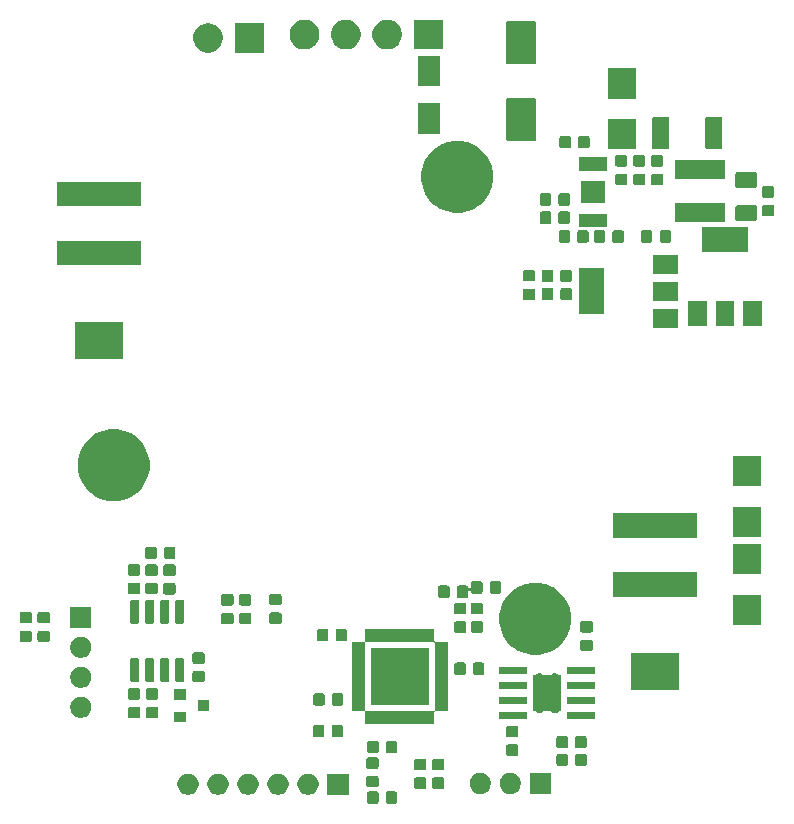
<source format=gts>
G04 #@! TF.GenerationSoftware,KiCad,Pcbnew,(5.1.6)-1*
G04 #@! TF.CreationDate,2020-09-10T18:56:50+07:00*
G04 #@! TF.ProjectId,Kicad_Valve-hardware,4b696361-645f-4566-916c-76652d686172,rev?*
G04 #@! TF.SameCoordinates,Original*
G04 #@! TF.FileFunction,Soldermask,Top*
G04 #@! TF.FilePolarity,Negative*
%FSLAX46Y46*%
G04 Gerber Fmt 4.6, Leading zero omitted, Abs format (unit mm)*
G04 Created by KiCad (PCBNEW (5.1.6)-1) date 2020-09-10 18:56:50*
%MOMM*%
%LPD*%
G01*
G04 APERTURE LIST*
%ADD10C,0.100000*%
G04 APERTURE END LIST*
D10*
G36*
X237371711Y-131461025D02*
G01*
X237405689Y-131471333D01*
X237437010Y-131488074D01*
X237464459Y-131510601D01*
X237486986Y-131538050D01*
X237503727Y-131569371D01*
X237514035Y-131603349D01*
X237518120Y-131644830D01*
X237518120Y-132321050D01*
X237514035Y-132362531D01*
X237503727Y-132396509D01*
X237486986Y-132427830D01*
X237464459Y-132455279D01*
X237437010Y-132477806D01*
X237405689Y-132494547D01*
X237371711Y-132504855D01*
X237330230Y-132508940D01*
X236729010Y-132508940D01*
X236687529Y-132504855D01*
X236653551Y-132494547D01*
X236622230Y-132477806D01*
X236594781Y-132455279D01*
X236572254Y-132427830D01*
X236555513Y-132396509D01*
X236545205Y-132362531D01*
X236541120Y-132321050D01*
X236541120Y-131644830D01*
X236545205Y-131603349D01*
X236555513Y-131569371D01*
X236572254Y-131538050D01*
X236594781Y-131510601D01*
X236622230Y-131488074D01*
X236653551Y-131471333D01*
X236687529Y-131461025D01*
X236729010Y-131456940D01*
X237330230Y-131456940D01*
X237371711Y-131461025D01*
G37*
G36*
X235796711Y-131461025D02*
G01*
X235830689Y-131471333D01*
X235862010Y-131488074D01*
X235889459Y-131510601D01*
X235911986Y-131538050D01*
X235928727Y-131569371D01*
X235939035Y-131603349D01*
X235943120Y-131644830D01*
X235943120Y-132321050D01*
X235939035Y-132362531D01*
X235928727Y-132396509D01*
X235911986Y-132427830D01*
X235889459Y-132455279D01*
X235862010Y-132477806D01*
X235830689Y-132494547D01*
X235796711Y-132504855D01*
X235755230Y-132508940D01*
X235154010Y-132508940D01*
X235112529Y-132504855D01*
X235078551Y-132494547D01*
X235047230Y-132477806D01*
X235019781Y-132455279D01*
X234997254Y-132427830D01*
X234980513Y-132396509D01*
X234970205Y-132362531D01*
X234966120Y-132321050D01*
X234966120Y-131644830D01*
X234970205Y-131603349D01*
X234980513Y-131569371D01*
X234997254Y-131538050D01*
X235019781Y-131510601D01*
X235047230Y-131488074D01*
X235078551Y-131471333D01*
X235112529Y-131461025D01*
X235154010Y-131456940D01*
X235755230Y-131456940D01*
X235796711Y-131461025D01*
G37*
G36*
X230085632Y-129956867D02*
G01*
X230234932Y-129986564D01*
X230398904Y-130054484D01*
X230546474Y-130153087D01*
X230671973Y-130278586D01*
X230770576Y-130426156D01*
X230838496Y-130590128D01*
X230873120Y-130764199D01*
X230873120Y-130941681D01*
X230838496Y-131115752D01*
X230770576Y-131279724D01*
X230671973Y-131427294D01*
X230546474Y-131552793D01*
X230398904Y-131651396D01*
X230234932Y-131719316D01*
X230085632Y-131749013D01*
X230060862Y-131753940D01*
X229883378Y-131753940D01*
X229858608Y-131749013D01*
X229709308Y-131719316D01*
X229545336Y-131651396D01*
X229397766Y-131552793D01*
X229272267Y-131427294D01*
X229173664Y-131279724D01*
X229105744Y-131115752D01*
X229071120Y-130941681D01*
X229071120Y-130764199D01*
X229105744Y-130590128D01*
X229173664Y-130426156D01*
X229272267Y-130278586D01*
X229397766Y-130153087D01*
X229545336Y-130054484D01*
X229709308Y-129986564D01*
X229858608Y-129956867D01*
X229883378Y-129951940D01*
X230060862Y-129951940D01*
X230085632Y-129956867D01*
G37*
G36*
X225005632Y-129956867D02*
G01*
X225154932Y-129986564D01*
X225318904Y-130054484D01*
X225466474Y-130153087D01*
X225591973Y-130278586D01*
X225690576Y-130426156D01*
X225758496Y-130590128D01*
X225793120Y-130764199D01*
X225793120Y-130941681D01*
X225758496Y-131115752D01*
X225690576Y-131279724D01*
X225591973Y-131427294D01*
X225466474Y-131552793D01*
X225318904Y-131651396D01*
X225154932Y-131719316D01*
X225005632Y-131749013D01*
X224980862Y-131753940D01*
X224803378Y-131753940D01*
X224778608Y-131749013D01*
X224629308Y-131719316D01*
X224465336Y-131651396D01*
X224317766Y-131552793D01*
X224192267Y-131427294D01*
X224093664Y-131279724D01*
X224025744Y-131115752D01*
X223991120Y-130941681D01*
X223991120Y-130764199D01*
X224025744Y-130590128D01*
X224093664Y-130426156D01*
X224192267Y-130278586D01*
X224317766Y-130153087D01*
X224465336Y-130054484D01*
X224629308Y-129986564D01*
X224778608Y-129956867D01*
X224803378Y-129951940D01*
X224980862Y-129951940D01*
X225005632Y-129956867D01*
G37*
G36*
X219925632Y-129956867D02*
G01*
X220074932Y-129986564D01*
X220238904Y-130054484D01*
X220386474Y-130153087D01*
X220511973Y-130278586D01*
X220610576Y-130426156D01*
X220678496Y-130590128D01*
X220713120Y-130764199D01*
X220713120Y-130941681D01*
X220678496Y-131115752D01*
X220610576Y-131279724D01*
X220511973Y-131427294D01*
X220386474Y-131552793D01*
X220238904Y-131651396D01*
X220074932Y-131719316D01*
X219925632Y-131749013D01*
X219900862Y-131753940D01*
X219723378Y-131753940D01*
X219698608Y-131749013D01*
X219549308Y-131719316D01*
X219385336Y-131651396D01*
X219237766Y-131552793D01*
X219112267Y-131427294D01*
X219013664Y-131279724D01*
X218945744Y-131115752D01*
X218911120Y-130941681D01*
X218911120Y-130764199D01*
X218945744Y-130590128D01*
X219013664Y-130426156D01*
X219112267Y-130278586D01*
X219237766Y-130153087D01*
X219385336Y-130054484D01*
X219549308Y-129986564D01*
X219698608Y-129956867D01*
X219723378Y-129951940D01*
X219900862Y-129951940D01*
X219925632Y-129956867D01*
G37*
G36*
X222465632Y-129956867D02*
G01*
X222614932Y-129986564D01*
X222778904Y-130054484D01*
X222926474Y-130153087D01*
X223051973Y-130278586D01*
X223150576Y-130426156D01*
X223218496Y-130590128D01*
X223253120Y-130764199D01*
X223253120Y-130941681D01*
X223218496Y-131115752D01*
X223150576Y-131279724D01*
X223051973Y-131427294D01*
X222926474Y-131552793D01*
X222778904Y-131651396D01*
X222614932Y-131719316D01*
X222465632Y-131749013D01*
X222440862Y-131753940D01*
X222263378Y-131753940D01*
X222238608Y-131749013D01*
X222089308Y-131719316D01*
X221925336Y-131651396D01*
X221777766Y-131552793D01*
X221652267Y-131427294D01*
X221553664Y-131279724D01*
X221485744Y-131115752D01*
X221451120Y-130941681D01*
X221451120Y-130764199D01*
X221485744Y-130590128D01*
X221553664Y-130426156D01*
X221652267Y-130278586D01*
X221777766Y-130153087D01*
X221925336Y-130054484D01*
X222089308Y-129986564D01*
X222238608Y-129956867D01*
X222263378Y-129951940D01*
X222440862Y-129951940D01*
X222465632Y-129956867D01*
G37*
G36*
X233413120Y-131753940D02*
G01*
X231611120Y-131753940D01*
X231611120Y-129951940D01*
X233413120Y-129951940D01*
X233413120Y-131753940D01*
G37*
G36*
X227545632Y-129956867D02*
G01*
X227694932Y-129986564D01*
X227858904Y-130054484D01*
X228006474Y-130153087D01*
X228131973Y-130278586D01*
X228230576Y-130426156D01*
X228298496Y-130590128D01*
X228333120Y-130764199D01*
X228333120Y-130941681D01*
X228298496Y-131115752D01*
X228230576Y-131279724D01*
X228131973Y-131427294D01*
X228006474Y-131552793D01*
X227858904Y-131651396D01*
X227694932Y-131719316D01*
X227545632Y-131749013D01*
X227520862Y-131753940D01*
X227343378Y-131753940D01*
X227318608Y-131749013D01*
X227169308Y-131719316D01*
X227005336Y-131651396D01*
X226857766Y-131552793D01*
X226732267Y-131427294D01*
X226633664Y-131279724D01*
X226565744Y-131115752D01*
X226531120Y-130941681D01*
X226531120Y-130764199D01*
X226565744Y-130590128D01*
X226633664Y-130426156D01*
X226732267Y-130278586D01*
X226857766Y-130153087D01*
X227005336Y-130054484D01*
X227169308Y-129986564D01*
X227318608Y-129956867D01*
X227343378Y-129951940D01*
X227520862Y-129951940D01*
X227545632Y-129956867D01*
G37*
G36*
X250533120Y-131683940D02*
G01*
X248731120Y-131683940D01*
X248731120Y-129881940D01*
X250533120Y-129881940D01*
X250533120Y-131683940D01*
G37*
G36*
X244665632Y-129886867D02*
G01*
X244814932Y-129916564D01*
X244978904Y-129984484D01*
X245126474Y-130083087D01*
X245251973Y-130208586D01*
X245350576Y-130356156D01*
X245418496Y-130520128D01*
X245453120Y-130694199D01*
X245453120Y-130871681D01*
X245418496Y-131045752D01*
X245350576Y-131209724D01*
X245251973Y-131357294D01*
X245126474Y-131482793D01*
X244978904Y-131581396D01*
X244814932Y-131649316D01*
X244665632Y-131679013D01*
X244640862Y-131683940D01*
X244463378Y-131683940D01*
X244438608Y-131679013D01*
X244289308Y-131649316D01*
X244125336Y-131581396D01*
X243977766Y-131482793D01*
X243852267Y-131357294D01*
X243753664Y-131209724D01*
X243685744Y-131045752D01*
X243651120Y-130871681D01*
X243651120Y-130694199D01*
X243685744Y-130520128D01*
X243753664Y-130356156D01*
X243852267Y-130208586D01*
X243977766Y-130083087D01*
X244125336Y-129984484D01*
X244289308Y-129916564D01*
X244438608Y-129886867D01*
X244463378Y-129881940D01*
X244640862Y-129881940D01*
X244665632Y-129886867D01*
G37*
G36*
X247205632Y-129886867D02*
G01*
X247354932Y-129916564D01*
X247518904Y-129984484D01*
X247666474Y-130083087D01*
X247791973Y-130208586D01*
X247890576Y-130356156D01*
X247958496Y-130520128D01*
X247993120Y-130694199D01*
X247993120Y-130871681D01*
X247958496Y-131045752D01*
X247890576Y-131209724D01*
X247791973Y-131357294D01*
X247666474Y-131482793D01*
X247518904Y-131581396D01*
X247354932Y-131649316D01*
X247205632Y-131679013D01*
X247180862Y-131683940D01*
X247003378Y-131683940D01*
X246978608Y-131679013D01*
X246829308Y-131649316D01*
X246665336Y-131581396D01*
X246517766Y-131482793D01*
X246392267Y-131357294D01*
X246293664Y-131209724D01*
X246225744Y-131045752D01*
X246191120Y-130871681D01*
X246191120Y-130694199D01*
X246225744Y-130520128D01*
X246293664Y-130356156D01*
X246392267Y-130208586D01*
X246517766Y-130083087D01*
X246665336Y-129984484D01*
X246829308Y-129916564D01*
X246978608Y-129886867D01*
X247003378Y-129881940D01*
X247180862Y-129881940D01*
X247205632Y-129886867D01*
G37*
G36*
X239845711Y-130280025D02*
G01*
X239879689Y-130290333D01*
X239911010Y-130307074D01*
X239938459Y-130329601D01*
X239960986Y-130357050D01*
X239977727Y-130388371D01*
X239988035Y-130422349D01*
X239992120Y-130463830D01*
X239992120Y-131065050D01*
X239988035Y-131106531D01*
X239977727Y-131140509D01*
X239960986Y-131171830D01*
X239938459Y-131199279D01*
X239911010Y-131221806D01*
X239879689Y-131238547D01*
X239845711Y-131248855D01*
X239804230Y-131252940D01*
X239128010Y-131252940D01*
X239086529Y-131248855D01*
X239052551Y-131238547D01*
X239021230Y-131221806D01*
X238993781Y-131199279D01*
X238971254Y-131171830D01*
X238954513Y-131140509D01*
X238944205Y-131106531D01*
X238940120Y-131065050D01*
X238940120Y-130463830D01*
X238944205Y-130422349D01*
X238954513Y-130388371D01*
X238971254Y-130357050D01*
X238993781Y-130329601D01*
X239021230Y-130307074D01*
X239052551Y-130290333D01*
X239086529Y-130280025D01*
X239128010Y-130275940D01*
X239804230Y-130275940D01*
X239845711Y-130280025D01*
G37*
G36*
X241369711Y-130280025D02*
G01*
X241403689Y-130290333D01*
X241435010Y-130307074D01*
X241462459Y-130329601D01*
X241484986Y-130357050D01*
X241501727Y-130388371D01*
X241512035Y-130422349D01*
X241516120Y-130463830D01*
X241516120Y-131065050D01*
X241512035Y-131106531D01*
X241501727Y-131140509D01*
X241484986Y-131171830D01*
X241462459Y-131199279D01*
X241435010Y-131221806D01*
X241403689Y-131238547D01*
X241369711Y-131248855D01*
X241328230Y-131252940D01*
X240652010Y-131252940D01*
X240610529Y-131248855D01*
X240576551Y-131238547D01*
X240545230Y-131221806D01*
X240517781Y-131199279D01*
X240495254Y-131171830D01*
X240478513Y-131140509D01*
X240468205Y-131106531D01*
X240464120Y-131065050D01*
X240464120Y-130463830D01*
X240468205Y-130422349D01*
X240478513Y-130388371D01*
X240495254Y-130357050D01*
X240517781Y-130329601D01*
X240545230Y-130307074D01*
X240576551Y-130290333D01*
X240610529Y-130280025D01*
X240652010Y-130275940D01*
X241328230Y-130275940D01*
X241369711Y-130280025D01*
G37*
G36*
X235801711Y-130148525D02*
G01*
X235835689Y-130158833D01*
X235867010Y-130175574D01*
X235894459Y-130198101D01*
X235916986Y-130225550D01*
X235933727Y-130256871D01*
X235944035Y-130290849D01*
X235948120Y-130332330D01*
X235948120Y-130933550D01*
X235944035Y-130975031D01*
X235933727Y-131009009D01*
X235916986Y-131040330D01*
X235894459Y-131067779D01*
X235867010Y-131090306D01*
X235835689Y-131107047D01*
X235801711Y-131117355D01*
X235760230Y-131121440D01*
X235084010Y-131121440D01*
X235042529Y-131117355D01*
X235008551Y-131107047D01*
X234977230Y-131090306D01*
X234949781Y-131067779D01*
X234927254Y-131040330D01*
X234910513Y-131009009D01*
X234900205Y-130975031D01*
X234896120Y-130933550D01*
X234896120Y-130332330D01*
X234900205Y-130290849D01*
X234910513Y-130256871D01*
X234927254Y-130225550D01*
X234949781Y-130198101D01*
X234977230Y-130175574D01*
X235008551Y-130158833D01*
X235042529Y-130148525D01*
X235084010Y-130144440D01*
X235760230Y-130144440D01*
X235801711Y-130148525D01*
G37*
G36*
X241369711Y-128705025D02*
G01*
X241403689Y-128715333D01*
X241435010Y-128732074D01*
X241462459Y-128754601D01*
X241484986Y-128782050D01*
X241501727Y-128813371D01*
X241512035Y-128847349D01*
X241516120Y-128888830D01*
X241516120Y-129490050D01*
X241512035Y-129531531D01*
X241501727Y-129565509D01*
X241484986Y-129596830D01*
X241462459Y-129624279D01*
X241435010Y-129646806D01*
X241403689Y-129663547D01*
X241369711Y-129673855D01*
X241328230Y-129677940D01*
X240652010Y-129677940D01*
X240610529Y-129673855D01*
X240576551Y-129663547D01*
X240545230Y-129646806D01*
X240517781Y-129624279D01*
X240495254Y-129596830D01*
X240478513Y-129565509D01*
X240468205Y-129531531D01*
X240464120Y-129490050D01*
X240464120Y-128888830D01*
X240468205Y-128847349D01*
X240478513Y-128813371D01*
X240495254Y-128782050D01*
X240517781Y-128754601D01*
X240545230Y-128732074D01*
X240576551Y-128715333D01*
X240610529Y-128705025D01*
X240652010Y-128700940D01*
X241328230Y-128700940D01*
X241369711Y-128705025D01*
G37*
G36*
X239845711Y-128705025D02*
G01*
X239879689Y-128715333D01*
X239911010Y-128732074D01*
X239938459Y-128754601D01*
X239960986Y-128782050D01*
X239977727Y-128813371D01*
X239988035Y-128847349D01*
X239992120Y-128888830D01*
X239992120Y-129490050D01*
X239988035Y-129531531D01*
X239977727Y-129565509D01*
X239960986Y-129596830D01*
X239938459Y-129624279D01*
X239911010Y-129646806D01*
X239879689Y-129663547D01*
X239845711Y-129673855D01*
X239804230Y-129677940D01*
X239128010Y-129677940D01*
X239086529Y-129673855D01*
X239052551Y-129663547D01*
X239021230Y-129646806D01*
X238993781Y-129624279D01*
X238971254Y-129596830D01*
X238954513Y-129565509D01*
X238944205Y-129531531D01*
X238940120Y-129490050D01*
X238940120Y-128888830D01*
X238944205Y-128847349D01*
X238954513Y-128813371D01*
X238971254Y-128782050D01*
X238993781Y-128754601D01*
X239021230Y-128732074D01*
X239052551Y-128715333D01*
X239086529Y-128705025D01*
X239128010Y-128700940D01*
X239804230Y-128700940D01*
X239845711Y-128705025D01*
G37*
G36*
X235801711Y-128573525D02*
G01*
X235835689Y-128583833D01*
X235867010Y-128600574D01*
X235894459Y-128623101D01*
X235916986Y-128650550D01*
X235933727Y-128681871D01*
X235944035Y-128715849D01*
X235948120Y-128757330D01*
X235948120Y-129358550D01*
X235944035Y-129400031D01*
X235933727Y-129434009D01*
X235916986Y-129465330D01*
X235894459Y-129492779D01*
X235867010Y-129515306D01*
X235835689Y-129532047D01*
X235801711Y-129542355D01*
X235760230Y-129546440D01*
X235084010Y-129546440D01*
X235042529Y-129542355D01*
X235008551Y-129532047D01*
X234977230Y-129515306D01*
X234949781Y-129492779D01*
X234927254Y-129465330D01*
X234910513Y-129434009D01*
X234900205Y-129400031D01*
X234896120Y-129358550D01*
X234896120Y-128757330D01*
X234900205Y-128715849D01*
X234910513Y-128681871D01*
X234927254Y-128650550D01*
X234949781Y-128623101D01*
X234977230Y-128600574D01*
X235008551Y-128583833D01*
X235042529Y-128573525D01*
X235084010Y-128569440D01*
X235760230Y-128569440D01*
X235801711Y-128573525D01*
G37*
G36*
X251839491Y-128267285D02*
G01*
X251873469Y-128277593D01*
X251904790Y-128294334D01*
X251932239Y-128316861D01*
X251954766Y-128344310D01*
X251971507Y-128375631D01*
X251981815Y-128409609D01*
X251985900Y-128451090D01*
X251985900Y-129127310D01*
X251981815Y-129168791D01*
X251971507Y-129202769D01*
X251954766Y-129234090D01*
X251932239Y-129261539D01*
X251904790Y-129284066D01*
X251873469Y-129300807D01*
X251839491Y-129311115D01*
X251798010Y-129315200D01*
X251196790Y-129315200D01*
X251155309Y-129311115D01*
X251121331Y-129300807D01*
X251090010Y-129284066D01*
X251062561Y-129261539D01*
X251040034Y-129234090D01*
X251023293Y-129202769D01*
X251012985Y-129168791D01*
X251008900Y-129127310D01*
X251008900Y-128451090D01*
X251012985Y-128409609D01*
X251023293Y-128375631D01*
X251040034Y-128344310D01*
X251062561Y-128316861D01*
X251090010Y-128294334D01*
X251121331Y-128277593D01*
X251155309Y-128267285D01*
X251196790Y-128263200D01*
X251798010Y-128263200D01*
X251839491Y-128267285D01*
G37*
G36*
X253414491Y-128267285D02*
G01*
X253448469Y-128277593D01*
X253479790Y-128294334D01*
X253507239Y-128316861D01*
X253529766Y-128344310D01*
X253546507Y-128375631D01*
X253556815Y-128409609D01*
X253560900Y-128451090D01*
X253560900Y-129127310D01*
X253556815Y-129168791D01*
X253546507Y-129202769D01*
X253529766Y-129234090D01*
X253507239Y-129261539D01*
X253479790Y-129284066D01*
X253448469Y-129300807D01*
X253414491Y-129311115D01*
X253373010Y-129315200D01*
X252771790Y-129315200D01*
X252730309Y-129311115D01*
X252696331Y-129300807D01*
X252665010Y-129284066D01*
X252637561Y-129261539D01*
X252615034Y-129234090D01*
X252598293Y-129202769D01*
X252587985Y-129168791D01*
X252583900Y-129127310D01*
X252583900Y-128451090D01*
X252587985Y-128409609D01*
X252598293Y-128375631D01*
X252615034Y-128344310D01*
X252637561Y-128316861D01*
X252665010Y-128294334D01*
X252696331Y-128277593D01*
X252730309Y-128267285D01*
X252771790Y-128263200D01*
X253373010Y-128263200D01*
X253414491Y-128267285D01*
G37*
G36*
X247641711Y-127486025D02*
G01*
X247675689Y-127496333D01*
X247707010Y-127513074D01*
X247734459Y-127535601D01*
X247756986Y-127563050D01*
X247773727Y-127594371D01*
X247784035Y-127628349D01*
X247788120Y-127669830D01*
X247788120Y-128271050D01*
X247784035Y-128312531D01*
X247773727Y-128346509D01*
X247756986Y-128377830D01*
X247734459Y-128405279D01*
X247707010Y-128427806D01*
X247675689Y-128444547D01*
X247641711Y-128454855D01*
X247600230Y-128458940D01*
X246924010Y-128458940D01*
X246882529Y-128454855D01*
X246848551Y-128444547D01*
X246817230Y-128427806D01*
X246789781Y-128405279D01*
X246767254Y-128377830D01*
X246750513Y-128346509D01*
X246740205Y-128312531D01*
X246736120Y-128271050D01*
X246736120Y-127669830D01*
X246740205Y-127628349D01*
X246750513Y-127594371D01*
X246767254Y-127563050D01*
X246789781Y-127535601D01*
X246817230Y-127513074D01*
X246848551Y-127496333D01*
X246882529Y-127486025D01*
X246924010Y-127481940D01*
X247600230Y-127481940D01*
X247641711Y-127486025D01*
G37*
G36*
X235816711Y-127201025D02*
G01*
X235850689Y-127211333D01*
X235882010Y-127228074D01*
X235909459Y-127250601D01*
X235931986Y-127278050D01*
X235948727Y-127309371D01*
X235959035Y-127343349D01*
X235963120Y-127384830D01*
X235963120Y-128061050D01*
X235959035Y-128102531D01*
X235948727Y-128136509D01*
X235931986Y-128167830D01*
X235909459Y-128195279D01*
X235882010Y-128217806D01*
X235850689Y-128234547D01*
X235816711Y-128244855D01*
X235775230Y-128248940D01*
X235174010Y-128248940D01*
X235132529Y-128244855D01*
X235098551Y-128234547D01*
X235067230Y-128217806D01*
X235039781Y-128195279D01*
X235017254Y-128167830D01*
X235000513Y-128136509D01*
X234990205Y-128102531D01*
X234986120Y-128061050D01*
X234986120Y-127384830D01*
X234990205Y-127343349D01*
X235000513Y-127309371D01*
X235017254Y-127278050D01*
X235039781Y-127250601D01*
X235067230Y-127228074D01*
X235098551Y-127211333D01*
X235132529Y-127201025D01*
X235174010Y-127196940D01*
X235775230Y-127196940D01*
X235816711Y-127201025D01*
G37*
G36*
X237391711Y-127201025D02*
G01*
X237425689Y-127211333D01*
X237457010Y-127228074D01*
X237484459Y-127250601D01*
X237506986Y-127278050D01*
X237523727Y-127309371D01*
X237534035Y-127343349D01*
X237538120Y-127384830D01*
X237538120Y-128061050D01*
X237534035Y-128102531D01*
X237523727Y-128136509D01*
X237506986Y-128167830D01*
X237484459Y-128195279D01*
X237457010Y-128217806D01*
X237425689Y-128234547D01*
X237391711Y-128244855D01*
X237350230Y-128248940D01*
X236749010Y-128248940D01*
X236707529Y-128244855D01*
X236673551Y-128234547D01*
X236642230Y-128217806D01*
X236614781Y-128195279D01*
X236592254Y-128167830D01*
X236575513Y-128136509D01*
X236565205Y-128102531D01*
X236561120Y-128061050D01*
X236561120Y-127384830D01*
X236565205Y-127343349D01*
X236575513Y-127309371D01*
X236592254Y-127278050D01*
X236614781Y-127250601D01*
X236642230Y-127228074D01*
X236673551Y-127211333D01*
X236707529Y-127201025D01*
X236749010Y-127196940D01*
X237350230Y-127196940D01*
X237391711Y-127201025D01*
G37*
G36*
X253414391Y-126781385D02*
G01*
X253448369Y-126791693D01*
X253479690Y-126808434D01*
X253507139Y-126830961D01*
X253529666Y-126858410D01*
X253546407Y-126889731D01*
X253556715Y-126923709D01*
X253560800Y-126965190D01*
X253560800Y-127641410D01*
X253556715Y-127682891D01*
X253546407Y-127716869D01*
X253529666Y-127748190D01*
X253507139Y-127775639D01*
X253479690Y-127798166D01*
X253448369Y-127814907D01*
X253414391Y-127825215D01*
X253372910Y-127829300D01*
X252771690Y-127829300D01*
X252730209Y-127825215D01*
X252696231Y-127814907D01*
X252664910Y-127798166D01*
X252637461Y-127775639D01*
X252614934Y-127748190D01*
X252598193Y-127716869D01*
X252587885Y-127682891D01*
X252583800Y-127641410D01*
X252583800Y-126965190D01*
X252587885Y-126923709D01*
X252598193Y-126889731D01*
X252614934Y-126858410D01*
X252637461Y-126830961D01*
X252664910Y-126808434D01*
X252696231Y-126791693D01*
X252730209Y-126781385D01*
X252771690Y-126777300D01*
X253372910Y-126777300D01*
X253414391Y-126781385D01*
G37*
G36*
X251839391Y-126781385D02*
G01*
X251873369Y-126791693D01*
X251904690Y-126808434D01*
X251932139Y-126830961D01*
X251954666Y-126858410D01*
X251971407Y-126889731D01*
X251981715Y-126923709D01*
X251985800Y-126965190D01*
X251985800Y-127641410D01*
X251981715Y-127682891D01*
X251971407Y-127716869D01*
X251954666Y-127748190D01*
X251932139Y-127775639D01*
X251904690Y-127798166D01*
X251873369Y-127814907D01*
X251839391Y-127825215D01*
X251797910Y-127829300D01*
X251196690Y-127829300D01*
X251155209Y-127825215D01*
X251121231Y-127814907D01*
X251089910Y-127798166D01*
X251062461Y-127775639D01*
X251039934Y-127748190D01*
X251023193Y-127716869D01*
X251012885Y-127682891D01*
X251008800Y-127641410D01*
X251008800Y-126965190D01*
X251012885Y-126923709D01*
X251023193Y-126889731D01*
X251039934Y-126858410D01*
X251062461Y-126830961D01*
X251089910Y-126808434D01*
X251121231Y-126791693D01*
X251155209Y-126781385D01*
X251196690Y-126777300D01*
X251797910Y-126777300D01*
X251839391Y-126781385D01*
G37*
G36*
X247641711Y-125911025D02*
G01*
X247675689Y-125921333D01*
X247707010Y-125938074D01*
X247734459Y-125960601D01*
X247756986Y-125988050D01*
X247773727Y-126019371D01*
X247784035Y-126053349D01*
X247788120Y-126094830D01*
X247788120Y-126696050D01*
X247784035Y-126737531D01*
X247773727Y-126771509D01*
X247756986Y-126802830D01*
X247734459Y-126830279D01*
X247707010Y-126852806D01*
X247675689Y-126869547D01*
X247641711Y-126879855D01*
X247600230Y-126883940D01*
X246924010Y-126883940D01*
X246882529Y-126879855D01*
X246848551Y-126869547D01*
X246817230Y-126852806D01*
X246789781Y-126830279D01*
X246767254Y-126802830D01*
X246750513Y-126771509D01*
X246740205Y-126737531D01*
X246736120Y-126696050D01*
X246736120Y-126094830D01*
X246740205Y-126053349D01*
X246750513Y-126019371D01*
X246767254Y-125988050D01*
X246789781Y-125960601D01*
X246817230Y-125938074D01*
X246848551Y-125921333D01*
X246882529Y-125911025D01*
X246924010Y-125906940D01*
X247600230Y-125906940D01*
X247641711Y-125911025D01*
G37*
G36*
X232791711Y-125821025D02*
G01*
X232825689Y-125831333D01*
X232857010Y-125848074D01*
X232884459Y-125870601D01*
X232906986Y-125898050D01*
X232923727Y-125929371D01*
X232934035Y-125963349D01*
X232938120Y-126004830D01*
X232938120Y-126681050D01*
X232934035Y-126722531D01*
X232923727Y-126756509D01*
X232906986Y-126787830D01*
X232884459Y-126815279D01*
X232857010Y-126837806D01*
X232825689Y-126854547D01*
X232791711Y-126864855D01*
X232750230Y-126868940D01*
X232149010Y-126868940D01*
X232107529Y-126864855D01*
X232073551Y-126854547D01*
X232042230Y-126837806D01*
X232014781Y-126815279D01*
X231992254Y-126787830D01*
X231975513Y-126756509D01*
X231965205Y-126722531D01*
X231961120Y-126681050D01*
X231961120Y-126004830D01*
X231965205Y-125963349D01*
X231975513Y-125929371D01*
X231992254Y-125898050D01*
X232014781Y-125870601D01*
X232042230Y-125848074D01*
X232073551Y-125831333D01*
X232107529Y-125821025D01*
X232149010Y-125816940D01*
X232750230Y-125816940D01*
X232791711Y-125821025D01*
G37*
G36*
X231216711Y-125821025D02*
G01*
X231250689Y-125831333D01*
X231282010Y-125848074D01*
X231309459Y-125870601D01*
X231331986Y-125898050D01*
X231348727Y-125929371D01*
X231359035Y-125963349D01*
X231363120Y-126004830D01*
X231363120Y-126681050D01*
X231359035Y-126722531D01*
X231348727Y-126756509D01*
X231331986Y-126787830D01*
X231309459Y-126815279D01*
X231282010Y-126837806D01*
X231250689Y-126854547D01*
X231216711Y-126864855D01*
X231175230Y-126868940D01*
X230574010Y-126868940D01*
X230532529Y-126864855D01*
X230498551Y-126854547D01*
X230467230Y-126837806D01*
X230439781Y-126815279D01*
X230417254Y-126787830D01*
X230400513Y-126756509D01*
X230390205Y-126722531D01*
X230386120Y-126681050D01*
X230386120Y-126004830D01*
X230390205Y-125963349D01*
X230400513Y-125929371D01*
X230417254Y-125898050D01*
X230439781Y-125870601D01*
X230467230Y-125848074D01*
X230498551Y-125831333D01*
X230532529Y-125821025D01*
X230574010Y-125816940D01*
X231175230Y-125816940D01*
X231216711Y-125821025D01*
G37*
G36*
X240668120Y-118691941D02*
G01*
X240670522Y-118716327D01*
X240677635Y-118739776D01*
X240689186Y-118761387D01*
X240704731Y-118780329D01*
X240723673Y-118795874D01*
X240745284Y-118807425D01*
X240768733Y-118814538D01*
X240793119Y-118816940D01*
X241793120Y-118816940D01*
X241793120Y-124668940D01*
X240793119Y-124668940D01*
X240768733Y-124671342D01*
X240745284Y-124678455D01*
X240723673Y-124690006D01*
X240704731Y-124705551D01*
X240689186Y-124724493D01*
X240677635Y-124746104D01*
X240670522Y-124769553D01*
X240668120Y-124793939D01*
X240668120Y-125793940D01*
X234816120Y-125793940D01*
X234816120Y-124793939D01*
X234813718Y-124769553D01*
X234806605Y-124746104D01*
X234795054Y-124724493D01*
X234779509Y-124705551D01*
X234760567Y-124690006D01*
X234738956Y-124678455D01*
X234715507Y-124671342D01*
X234691121Y-124668940D01*
X233691120Y-124668940D01*
X233691120Y-118918939D01*
X234793120Y-118918939D01*
X234793120Y-124566941D01*
X234795522Y-124591327D01*
X234802635Y-124614776D01*
X234814186Y-124636387D01*
X234829731Y-124655329D01*
X234848673Y-124670874D01*
X234870284Y-124682425D01*
X234893733Y-124689538D01*
X234918119Y-124691940D01*
X240566121Y-124691940D01*
X240590507Y-124689538D01*
X240613956Y-124682425D01*
X240635567Y-124670874D01*
X240654509Y-124655329D01*
X240670054Y-124636387D01*
X240681605Y-124614776D01*
X240688718Y-124591327D01*
X240691120Y-124566941D01*
X240691120Y-118918939D01*
X240688718Y-118894553D01*
X240681605Y-118871104D01*
X240670054Y-118849493D01*
X240654509Y-118830551D01*
X240635567Y-118815006D01*
X240613956Y-118803455D01*
X240590507Y-118796342D01*
X240566121Y-118793940D01*
X234918119Y-118793940D01*
X234893733Y-118796342D01*
X234870284Y-118803455D01*
X234848673Y-118815006D01*
X234829731Y-118830551D01*
X234814186Y-118849493D01*
X234802635Y-118871104D01*
X234795522Y-118894553D01*
X234793120Y-118918939D01*
X233691120Y-118918939D01*
X233691120Y-118816940D01*
X234691121Y-118816940D01*
X234715507Y-118814538D01*
X234738956Y-118807425D01*
X234760567Y-118795874D01*
X234779509Y-118780329D01*
X234795054Y-118761387D01*
X234806605Y-118739776D01*
X234813718Y-118716327D01*
X234816120Y-118691941D01*
X234816120Y-117691940D01*
X240668120Y-117691940D01*
X240668120Y-118691941D01*
G37*
G36*
X240183820Y-124184640D02*
G01*
X235300420Y-124184640D01*
X235300420Y-119301240D01*
X240183820Y-119301240D01*
X240183820Y-124184640D01*
G37*
G36*
X219627080Y-125617140D02*
G01*
X218625080Y-125617140D01*
X218625080Y-124715140D01*
X219627080Y-124715140D01*
X219627080Y-125617140D01*
G37*
G36*
X248507120Y-125367940D02*
G01*
X246167120Y-125367940D01*
X246167120Y-124727940D01*
X248507120Y-124727940D01*
X248507120Y-125367940D01*
G37*
G36*
X254257120Y-125367940D02*
G01*
X251917120Y-125367940D01*
X251917120Y-124727940D01*
X254257120Y-124727940D01*
X254257120Y-125367940D01*
G37*
G36*
X217156791Y-124303485D02*
G01*
X217190769Y-124313793D01*
X217222090Y-124330534D01*
X217249539Y-124353061D01*
X217272066Y-124380510D01*
X217288807Y-124411831D01*
X217299115Y-124445809D01*
X217303200Y-124487290D01*
X217303200Y-125088510D01*
X217299115Y-125129991D01*
X217288807Y-125163969D01*
X217272066Y-125195290D01*
X217249539Y-125222739D01*
X217222090Y-125245266D01*
X217190769Y-125262007D01*
X217156791Y-125272315D01*
X217115310Y-125276400D01*
X216439090Y-125276400D01*
X216397609Y-125272315D01*
X216363631Y-125262007D01*
X216332310Y-125245266D01*
X216304861Y-125222739D01*
X216282334Y-125195290D01*
X216265593Y-125163969D01*
X216255285Y-125129991D01*
X216251200Y-125088510D01*
X216251200Y-124487290D01*
X216255285Y-124445809D01*
X216265593Y-124411831D01*
X216282334Y-124380510D01*
X216304861Y-124353061D01*
X216332310Y-124330534D01*
X216363631Y-124313793D01*
X216397609Y-124303485D01*
X216439090Y-124299400D01*
X217115310Y-124299400D01*
X217156791Y-124303485D01*
G37*
G36*
X215631791Y-124290985D02*
G01*
X215665769Y-124301293D01*
X215697090Y-124318034D01*
X215724539Y-124340561D01*
X215747066Y-124368010D01*
X215763807Y-124399331D01*
X215774115Y-124433309D01*
X215778200Y-124474790D01*
X215778200Y-125076010D01*
X215774115Y-125117491D01*
X215763807Y-125151469D01*
X215747066Y-125182790D01*
X215724539Y-125210239D01*
X215697090Y-125232766D01*
X215665769Y-125249507D01*
X215631791Y-125259815D01*
X215590310Y-125263900D01*
X214914090Y-125263900D01*
X214872609Y-125259815D01*
X214838631Y-125249507D01*
X214807310Y-125232766D01*
X214779861Y-125210239D01*
X214757334Y-125182790D01*
X214740593Y-125151469D01*
X214730285Y-125117491D01*
X214726200Y-125076010D01*
X214726200Y-124474790D01*
X214730285Y-124433309D01*
X214740593Y-124399331D01*
X214757334Y-124368010D01*
X214779861Y-124340561D01*
X214807310Y-124318034D01*
X214838631Y-124301293D01*
X214872609Y-124290985D01*
X214914090Y-124286900D01*
X215590310Y-124286900D01*
X215631791Y-124290985D01*
G37*
G36*
X210845632Y-123436867D02*
G01*
X210994932Y-123466564D01*
X211158904Y-123534484D01*
X211306474Y-123633087D01*
X211431973Y-123758586D01*
X211530576Y-123906156D01*
X211598496Y-124070128D01*
X211633120Y-124244199D01*
X211633120Y-124421681D01*
X211598496Y-124595752D01*
X211530576Y-124759724D01*
X211431973Y-124907294D01*
X211306474Y-125032793D01*
X211158904Y-125131396D01*
X210994932Y-125199316D01*
X210845632Y-125229013D01*
X210820862Y-125233940D01*
X210643378Y-125233940D01*
X210618608Y-125229013D01*
X210469308Y-125199316D01*
X210305336Y-125131396D01*
X210157766Y-125032793D01*
X210032267Y-124907294D01*
X209933664Y-124759724D01*
X209865744Y-124595752D01*
X209831120Y-124421681D01*
X209831120Y-124244199D01*
X209865744Y-124070128D01*
X209933664Y-123906156D01*
X210032267Y-123758586D01*
X210157766Y-123633087D01*
X210305336Y-123534484D01*
X210469308Y-123466564D01*
X210618608Y-123436867D01*
X210643378Y-123431940D01*
X210820862Y-123431940D01*
X210845632Y-123436867D01*
G37*
G36*
X249674422Y-121472735D02*
G01*
X249744483Y-121501755D01*
X249807542Y-121543890D01*
X249819981Y-121556329D01*
X249838923Y-121571874D01*
X249860534Y-121583425D01*
X249883983Y-121590538D01*
X249908369Y-121592940D01*
X250515871Y-121592940D01*
X250540257Y-121590538D01*
X250563706Y-121583425D01*
X250585317Y-121571874D01*
X250604259Y-121556329D01*
X250616698Y-121543890D01*
X250679757Y-121501755D01*
X250749818Y-121472735D01*
X250824199Y-121457940D01*
X250900041Y-121457940D01*
X250974422Y-121472735D01*
X251044483Y-121501755D01*
X251107542Y-121543890D01*
X251119981Y-121556329D01*
X251138923Y-121571874D01*
X251160534Y-121583425D01*
X251183983Y-121590538D01*
X251208369Y-121592940D01*
X251412120Y-121592940D01*
X251412120Y-124692940D01*
X251208369Y-124692940D01*
X251183983Y-124695342D01*
X251160534Y-124702455D01*
X251138923Y-124714006D01*
X251119981Y-124729551D01*
X251107542Y-124741990D01*
X251044483Y-124784125D01*
X250974422Y-124813145D01*
X250900041Y-124827940D01*
X250824199Y-124827940D01*
X250749818Y-124813145D01*
X250679757Y-124784125D01*
X250616698Y-124741990D01*
X250604259Y-124729551D01*
X250585317Y-124714006D01*
X250563706Y-124702455D01*
X250540257Y-124695342D01*
X250515871Y-124692940D01*
X249908369Y-124692940D01*
X249883983Y-124695342D01*
X249860534Y-124702455D01*
X249838923Y-124714006D01*
X249819981Y-124729551D01*
X249807542Y-124741990D01*
X249744483Y-124784125D01*
X249674422Y-124813145D01*
X249600041Y-124827940D01*
X249524199Y-124827940D01*
X249449818Y-124813145D01*
X249379757Y-124784125D01*
X249316698Y-124741990D01*
X249304259Y-124729551D01*
X249285317Y-124714006D01*
X249263706Y-124702455D01*
X249240257Y-124695342D01*
X249215871Y-124692940D01*
X249012120Y-124692940D01*
X249012120Y-121592940D01*
X249215871Y-121592940D01*
X249240257Y-121590538D01*
X249263706Y-121583425D01*
X249285317Y-121571874D01*
X249304259Y-121556329D01*
X249316698Y-121543890D01*
X249379757Y-121501755D01*
X249449818Y-121472735D01*
X249524199Y-121457940D01*
X249600041Y-121457940D01*
X249674422Y-121472735D01*
G37*
G36*
X221627080Y-124667140D02*
G01*
X220625080Y-124667140D01*
X220625080Y-123765140D01*
X221627080Y-123765140D01*
X221627080Y-124667140D01*
G37*
G36*
X232814211Y-123151025D02*
G01*
X232848189Y-123161333D01*
X232879510Y-123178074D01*
X232906959Y-123200601D01*
X232929486Y-123228050D01*
X232946227Y-123259371D01*
X232956535Y-123293349D01*
X232960620Y-123334830D01*
X232960620Y-124011050D01*
X232956535Y-124052531D01*
X232946227Y-124086509D01*
X232929486Y-124117830D01*
X232906959Y-124145279D01*
X232879510Y-124167806D01*
X232848189Y-124184547D01*
X232814211Y-124194855D01*
X232772730Y-124198940D01*
X232171510Y-124198940D01*
X232130029Y-124194855D01*
X232096051Y-124184547D01*
X232064730Y-124167806D01*
X232037281Y-124145279D01*
X232014754Y-124117830D01*
X231998013Y-124086509D01*
X231987705Y-124052531D01*
X231983620Y-124011050D01*
X231983620Y-123334830D01*
X231987705Y-123293349D01*
X231998013Y-123259371D01*
X232014754Y-123228050D01*
X232037281Y-123200601D01*
X232064730Y-123178074D01*
X232096051Y-123161333D01*
X232130029Y-123151025D01*
X232171510Y-123146940D01*
X232772730Y-123146940D01*
X232814211Y-123151025D01*
G37*
G36*
X231239211Y-123151025D02*
G01*
X231273189Y-123161333D01*
X231304510Y-123178074D01*
X231331959Y-123200601D01*
X231354486Y-123228050D01*
X231371227Y-123259371D01*
X231381535Y-123293349D01*
X231385620Y-123334830D01*
X231385620Y-124011050D01*
X231381535Y-124052531D01*
X231371227Y-124086509D01*
X231354486Y-124117830D01*
X231331959Y-124145279D01*
X231304510Y-124167806D01*
X231273189Y-124184547D01*
X231239211Y-124194855D01*
X231197730Y-124198940D01*
X230596510Y-124198940D01*
X230555029Y-124194855D01*
X230521051Y-124184547D01*
X230489730Y-124167806D01*
X230462281Y-124145279D01*
X230439754Y-124117830D01*
X230423013Y-124086509D01*
X230412705Y-124052531D01*
X230408620Y-124011050D01*
X230408620Y-123334830D01*
X230412705Y-123293349D01*
X230423013Y-123259371D01*
X230439754Y-123228050D01*
X230462281Y-123200601D01*
X230489730Y-123178074D01*
X230521051Y-123161333D01*
X230555029Y-123151025D01*
X230596510Y-123146940D01*
X231197730Y-123146940D01*
X231239211Y-123151025D01*
G37*
G36*
X248507120Y-124097940D02*
G01*
X246167120Y-124097940D01*
X246167120Y-123457940D01*
X248507120Y-123457940D01*
X248507120Y-124097940D01*
G37*
G36*
X254257120Y-124097940D02*
G01*
X251917120Y-124097940D01*
X251917120Y-123457940D01*
X254257120Y-123457940D01*
X254257120Y-124097940D01*
G37*
G36*
X219627080Y-123717140D02*
G01*
X218625080Y-123717140D01*
X218625080Y-122815140D01*
X219627080Y-122815140D01*
X219627080Y-123717140D01*
G37*
G36*
X217156791Y-122728485D02*
G01*
X217190769Y-122738793D01*
X217222090Y-122755534D01*
X217249539Y-122778061D01*
X217272066Y-122805510D01*
X217288807Y-122836831D01*
X217299115Y-122870809D01*
X217303200Y-122912290D01*
X217303200Y-123513510D01*
X217299115Y-123554991D01*
X217288807Y-123588969D01*
X217272066Y-123620290D01*
X217249539Y-123647739D01*
X217222090Y-123670266D01*
X217190769Y-123687007D01*
X217156791Y-123697315D01*
X217115310Y-123701400D01*
X216439090Y-123701400D01*
X216397609Y-123697315D01*
X216363631Y-123687007D01*
X216332310Y-123670266D01*
X216304861Y-123647739D01*
X216282334Y-123620290D01*
X216265593Y-123588969D01*
X216255285Y-123554991D01*
X216251200Y-123513510D01*
X216251200Y-122912290D01*
X216255285Y-122870809D01*
X216265593Y-122836831D01*
X216282334Y-122805510D01*
X216304861Y-122778061D01*
X216332310Y-122755534D01*
X216363631Y-122738793D01*
X216397609Y-122728485D01*
X216439090Y-122724400D01*
X217115310Y-122724400D01*
X217156791Y-122728485D01*
G37*
G36*
X215631791Y-122715985D02*
G01*
X215665769Y-122726293D01*
X215697090Y-122743034D01*
X215724539Y-122765561D01*
X215747066Y-122793010D01*
X215763807Y-122824331D01*
X215774115Y-122858309D01*
X215778200Y-122899790D01*
X215778200Y-123501010D01*
X215774115Y-123542491D01*
X215763807Y-123576469D01*
X215747066Y-123607790D01*
X215724539Y-123635239D01*
X215697090Y-123657766D01*
X215665769Y-123674507D01*
X215631791Y-123684815D01*
X215590310Y-123688900D01*
X214914090Y-123688900D01*
X214872609Y-123684815D01*
X214838631Y-123674507D01*
X214807310Y-123657766D01*
X214779861Y-123635239D01*
X214757334Y-123607790D01*
X214740593Y-123576469D01*
X214730285Y-123542491D01*
X214726200Y-123501010D01*
X214726200Y-122899790D01*
X214730285Y-122858309D01*
X214740593Y-122824331D01*
X214757334Y-122793010D01*
X214779861Y-122765561D01*
X214807310Y-122743034D01*
X214838631Y-122726293D01*
X214872609Y-122715985D01*
X214914090Y-122711900D01*
X215590310Y-122711900D01*
X215631791Y-122715985D01*
G37*
G36*
X261403120Y-122873940D02*
G01*
X257301120Y-122873940D01*
X257301120Y-119771940D01*
X261403120Y-119771940D01*
X261403120Y-122873940D01*
G37*
G36*
X248507120Y-122827940D02*
G01*
X246167120Y-122827940D01*
X246167120Y-122187940D01*
X248507120Y-122187940D01*
X248507120Y-122827940D01*
G37*
G36*
X254257120Y-122827940D02*
G01*
X251917120Y-122827940D01*
X251917120Y-122187940D01*
X254257120Y-122187940D01*
X254257120Y-122827940D01*
G37*
G36*
X210845632Y-120896867D02*
G01*
X210994932Y-120926564D01*
X211158904Y-120994484D01*
X211306474Y-121093087D01*
X211431973Y-121218586D01*
X211530576Y-121366156D01*
X211598496Y-121530128D01*
X211633120Y-121704199D01*
X211633120Y-121881681D01*
X211598496Y-122055752D01*
X211530576Y-122219724D01*
X211431973Y-122367294D01*
X211306474Y-122492793D01*
X211158904Y-122591396D01*
X210994932Y-122659316D01*
X210845632Y-122689013D01*
X210820862Y-122693940D01*
X210643378Y-122693940D01*
X210618608Y-122689013D01*
X210469308Y-122659316D01*
X210305336Y-122591396D01*
X210157766Y-122492793D01*
X210032267Y-122367294D01*
X209933664Y-122219724D01*
X209865744Y-122055752D01*
X209831120Y-121881681D01*
X209831120Y-121704199D01*
X209865744Y-121530128D01*
X209933664Y-121366156D01*
X210032267Y-121218586D01*
X210157766Y-121093087D01*
X210305336Y-120994484D01*
X210469308Y-120926564D01*
X210618608Y-120896867D01*
X210643378Y-120891940D01*
X210820862Y-120891940D01*
X210845632Y-120896867D01*
G37*
G36*
X221081791Y-121253485D02*
G01*
X221115769Y-121263793D01*
X221147090Y-121280534D01*
X221174539Y-121303061D01*
X221197066Y-121330510D01*
X221213807Y-121361831D01*
X221224115Y-121395809D01*
X221228200Y-121437290D01*
X221228200Y-122038510D01*
X221224115Y-122079991D01*
X221213807Y-122113969D01*
X221197066Y-122145290D01*
X221174539Y-122172739D01*
X221147090Y-122195266D01*
X221115769Y-122212007D01*
X221081791Y-122222315D01*
X221040310Y-122226400D01*
X220364090Y-122226400D01*
X220322609Y-122222315D01*
X220288631Y-122212007D01*
X220257310Y-122195266D01*
X220229861Y-122172739D01*
X220207334Y-122145290D01*
X220190593Y-122113969D01*
X220180285Y-122079991D01*
X220176200Y-122038510D01*
X220176200Y-121437290D01*
X220180285Y-121395809D01*
X220190593Y-121361831D01*
X220207334Y-121330510D01*
X220229861Y-121303061D01*
X220257310Y-121280534D01*
X220288631Y-121263793D01*
X220322609Y-121253485D01*
X220364090Y-121249400D01*
X221040310Y-121249400D01*
X221081791Y-121253485D01*
G37*
G36*
X216821908Y-120175904D02*
G01*
X216842989Y-120182300D01*
X216862425Y-120192688D01*
X216879456Y-120206664D01*
X216893432Y-120223695D01*
X216903820Y-120243131D01*
X216910216Y-120264212D01*
X216912980Y-120292280D01*
X216912980Y-122106000D01*
X216910216Y-122134068D01*
X216903820Y-122155149D01*
X216893432Y-122174585D01*
X216879456Y-122191616D01*
X216862425Y-122205592D01*
X216842989Y-122215980D01*
X216821908Y-122222376D01*
X216793840Y-122225140D01*
X216330120Y-122225140D01*
X216302052Y-122222376D01*
X216280971Y-122215980D01*
X216261535Y-122205592D01*
X216244504Y-122191616D01*
X216230528Y-122174585D01*
X216220140Y-122155149D01*
X216213744Y-122134068D01*
X216210980Y-122106000D01*
X216210980Y-120292280D01*
X216213744Y-120264212D01*
X216220140Y-120243131D01*
X216230528Y-120223695D01*
X216244504Y-120206664D01*
X216261535Y-120192688D01*
X216280971Y-120182300D01*
X216302052Y-120175904D01*
X216330120Y-120173140D01*
X216793840Y-120173140D01*
X216821908Y-120175904D01*
G37*
G36*
X215551908Y-120175904D02*
G01*
X215572989Y-120182300D01*
X215592425Y-120192688D01*
X215609456Y-120206664D01*
X215623432Y-120223695D01*
X215633820Y-120243131D01*
X215640216Y-120264212D01*
X215642980Y-120292280D01*
X215642980Y-122106000D01*
X215640216Y-122134068D01*
X215633820Y-122155149D01*
X215623432Y-122174585D01*
X215609456Y-122191616D01*
X215592425Y-122205592D01*
X215572989Y-122215980D01*
X215551908Y-122222376D01*
X215523840Y-122225140D01*
X215060120Y-122225140D01*
X215032052Y-122222376D01*
X215010971Y-122215980D01*
X214991535Y-122205592D01*
X214974504Y-122191616D01*
X214960528Y-122174585D01*
X214950140Y-122155149D01*
X214943744Y-122134068D01*
X214940980Y-122106000D01*
X214940980Y-120292280D01*
X214943744Y-120264212D01*
X214950140Y-120243131D01*
X214960528Y-120223695D01*
X214974504Y-120206664D01*
X214991535Y-120192688D01*
X215010971Y-120182300D01*
X215032052Y-120175904D01*
X215060120Y-120173140D01*
X215523840Y-120173140D01*
X215551908Y-120175904D01*
G37*
G36*
X219361908Y-120175904D02*
G01*
X219382989Y-120182300D01*
X219402425Y-120192688D01*
X219419456Y-120206664D01*
X219433432Y-120223695D01*
X219443820Y-120243131D01*
X219450216Y-120264212D01*
X219452980Y-120292280D01*
X219452980Y-122106000D01*
X219450216Y-122134068D01*
X219443820Y-122155149D01*
X219433432Y-122174585D01*
X219419456Y-122191616D01*
X219402425Y-122205592D01*
X219382989Y-122215980D01*
X219361908Y-122222376D01*
X219333840Y-122225140D01*
X218870120Y-122225140D01*
X218842052Y-122222376D01*
X218820971Y-122215980D01*
X218801535Y-122205592D01*
X218784504Y-122191616D01*
X218770528Y-122174585D01*
X218760140Y-122155149D01*
X218753744Y-122134068D01*
X218750980Y-122106000D01*
X218750980Y-120292280D01*
X218753744Y-120264212D01*
X218760140Y-120243131D01*
X218770528Y-120223695D01*
X218784504Y-120206664D01*
X218801535Y-120192688D01*
X218820971Y-120182300D01*
X218842052Y-120175904D01*
X218870120Y-120173140D01*
X219333840Y-120173140D01*
X219361908Y-120175904D01*
G37*
G36*
X218091908Y-120175904D02*
G01*
X218112989Y-120182300D01*
X218132425Y-120192688D01*
X218149456Y-120206664D01*
X218163432Y-120223695D01*
X218173820Y-120243131D01*
X218180216Y-120264212D01*
X218182980Y-120292280D01*
X218182980Y-122106000D01*
X218180216Y-122134068D01*
X218173820Y-122155149D01*
X218163432Y-122174585D01*
X218149456Y-122191616D01*
X218132425Y-122205592D01*
X218112989Y-122215980D01*
X218091908Y-122222376D01*
X218063840Y-122225140D01*
X217600120Y-122225140D01*
X217572052Y-122222376D01*
X217550971Y-122215980D01*
X217531535Y-122205592D01*
X217514504Y-122191616D01*
X217500528Y-122174585D01*
X217490140Y-122155149D01*
X217483744Y-122134068D01*
X217480980Y-122106000D01*
X217480980Y-120292280D01*
X217483744Y-120264212D01*
X217490140Y-120243131D01*
X217500528Y-120223695D01*
X217514504Y-120206664D01*
X217531535Y-120192688D01*
X217550971Y-120182300D01*
X217572052Y-120175904D01*
X217600120Y-120173140D01*
X218063840Y-120173140D01*
X218091908Y-120175904D01*
G37*
G36*
X244761711Y-120551025D02*
G01*
X244795689Y-120561333D01*
X244827010Y-120578074D01*
X244854459Y-120600601D01*
X244876986Y-120628050D01*
X244893727Y-120659371D01*
X244904035Y-120693349D01*
X244908120Y-120734830D01*
X244908120Y-121411050D01*
X244904035Y-121452531D01*
X244893727Y-121486509D01*
X244876986Y-121517830D01*
X244854459Y-121545279D01*
X244827010Y-121567806D01*
X244795689Y-121584547D01*
X244761711Y-121594855D01*
X244720230Y-121598940D01*
X244119010Y-121598940D01*
X244077529Y-121594855D01*
X244043551Y-121584547D01*
X244012230Y-121567806D01*
X243984781Y-121545279D01*
X243962254Y-121517830D01*
X243945513Y-121486509D01*
X243935205Y-121452531D01*
X243931120Y-121411050D01*
X243931120Y-120734830D01*
X243935205Y-120693349D01*
X243945513Y-120659371D01*
X243962254Y-120628050D01*
X243984781Y-120600601D01*
X244012230Y-120578074D01*
X244043551Y-120561333D01*
X244077529Y-120551025D01*
X244119010Y-120546940D01*
X244720230Y-120546940D01*
X244761711Y-120551025D01*
G37*
G36*
X243186711Y-120551025D02*
G01*
X243220689Y-120561333D01*
X243252010Y-120578074D01*
X243279459Y-120600601D01*
X243301986Y-120628050D01*
X243318727Y-120659371D01*
X243329035Y-120693349D01*
X243333120Y-120734830D01*
X243333120Y-121411050D01*
X243329035Y-121452531D01*
X243318727Y-121486509D01*
X243301986Y-121517830D01*
X243279459Y-121545279D01*
X243252010Y-121567806D01*
X243220689Y-121584547D01*
X243186711Y-121594855D01*
X243145230Y-121598940D01*
X242544010Y-121598940D01*
X242502529Y-121594855D01*
X242468551Y-121584547D01*
X242437230Y-121567806D01*
X242409781Y-121545279D01*
X242387254Y-121517830D01*
X242370513Y-121486509D01*
X242360205Y-121452531D01*
X242356120Y-121411050D01*
X242356120Y-120734830D01*
X242360205Y-120693349D01*
X242370513Y-120659371D01*
X242387254Y-120628050D01*
X242409781Y-120600601D01*
X242437230Y-120578074D01*
X242468551Y-120561333D01*
X242502529Y-120551025D01*
X242544010Y-120546940D01*
X243145230Y-120546940D01*
X243186711Y-120551025D01*
G37*
G36*
X248507120Y-121557940D02*
G01*
X246167120Y-121557940D01*
X246167120Y-120917940D01*
X248507120Y-120917940D01*
X248507120Y-121557940D01*
G37*
G36*
X254257120Y-121557940D02*
G01*
X251917120Y-121557940D01*
X251917120Y-120917940D01*
X254257120Y-120917940D01*
X254257120Y-121557940D01*
G37*
G36*
X221081791Y-119678485D02*
G01*
X221115769Y-119688793D01*
X221147090Y-119705534D01*
X221174539Y-119728061D01*
X221197066Y-119755510D01*
X221213807Y-119786831D01*
X221224115Y-119820809D01*
X221228200Y-119862290D01*
X221228200Y-120463510D01*
X221224115Y-120504991D01*
X221213807Y-120538969D01*
X221197066Y-120570290D01*
X221174539Y-120597739D01*
X221147090Y-120620266D01*
X221115769Y-120637007D01*
X221081791Y-120647315D01*
X221040310Y-120651400D01*
X220364090Y-120651400D01*
X220322609Y-120647315D01*
X220288631Y-120637007D01*
X220257310Y-120620266D01*
X220229861Y-120597739D01*
X220207334Y-120570290D01*
X220190593Y-120538969D01*
X220180285Y-120504991D01*
X220176200Y-120463510D01*
X220176200Y-119862290D01*
X220180285Y-119820809D01*
X220190593Y-119786831D01*
X220207334Y-119755510D01*
X220229861Y-119728061D01*
X220257310Y-119705534D01*
X220288631Y-119688793D01*
X220322609Y-119678485D01*
X220364090Y-119674400D01*
X221040310Y-119674400D01*
X221081791Y-119678485D01*
G37*
G36*
X210845632Y-118356867D02*
G01*
X210994932Y-118386564D01*
X211158904Y-118454484D01*
X211306474Y-118553087D01*
X211431973Y-118678586D01*
X211530576Y-118826156D01*
X211598496Y-118990128D01*
X211628193Y-119139428D01*
X211633120Y-119164198D01*
X211633120Y-119341682D01*
X211628193Y-119366452D01*
X211598496Y-119515752D01*
X211530576Y-119679724D01*
X211431973Y-119827294D01*
X211306474Y-119952793D01*
X211158904Y-120051396D01*
X210994932Y-120119316D01*
X210845632Y-120149013D01*
X210820862Y-120153940D01*
X210643378Y-120153940D01*
X210618608Y-120149013D01*
X210469308Y-120119316D01*
X210305336Y-120051396D01*
X210157766Y-119952793D01*
X210032267Y-119827294D01*
X209933664Y-119679724D01*
X209865744Y-119515752D01*
X209836047Y-119366452D01*
X209831120Y-119341682D01*
X209831120Y-119164198D01*
X209836047Y-119139428D01*
X209865744Y-118990128D01*
X209933664Y-118826156D01*
X210032267Y-118678586D01*
X210157766Y-118553087D01*
X210305336Y-118454484D01*
X210469308Y-118386564D01*
X210618608Y-118356867D01*
X210643378Y-118351940D01*
X210820862Y-118351940D01*
X210845632Y-118356867D01*
G37*
G36*
X250105631Y-113916034D02*
G01*
X250660877Y-114146024D01*
X250708313Y-114177720D01*
X251160587Y-114479920D01*
X251585554Y-114904887D01*
X251753636Y-115156439D01*
X251919450Y-115404597D01*
X252149440Y-115959843D01*
X252266688Y-116549287D01*
X252266688Y-117150285D01*
X252149440Y-117739729D01*
X251919450Y-118294975D01*
X251919449Y-118294976D01*
X251585554Y-118794685D01*
X251160587Y-119219652D01*
X251038482Y-119301240D01*
X250660877Y-119553548D01*
X250105631Y-119783538D01*
X249516187Y-119900786D01*
X248915189Y-119900786D01*
X248325745Y-119783538D01*
X247770499Y-119553548D01*
X247392894Y-119301240D01*
X247270789Y-119219652D01*
X246845822Y-118794685D01*
X246511927Y-118294976D01*
X246511926Y-118294975D01*
X246281936Y-117739729D01*
X246164688Y-117150285D01*
X246164688Y-116549287D01*
X246281936Y-115959843D01*
X246511926Y-115404597D01*
X246677740Y-115156439D01*
X246845822Y-114904887D01*
X247270789Y-114479920D01*
X247723063Y-114177720D01*
X247770499Y-114146024D01*
X248325745Y-113916034D01*
X248915189Y-113798786D01*
X249516187Y-113798786D01*
X250105631Y-113916034D01*
G37*
G36*
X253931711Y-118616025D02*
G01*
X253965689Y-118626333D01*
X253997010Y-118643074D01*
X254024459Y-118665601D01*
X254046986Y-118693050D01*
X254063727Y-118724371D01*
X254074035Y-118758349D01*
X254078120Y-118799830D01*
X254078120Y-119401050D01*
X254074035Y-119442531D01*
X254063727Y-119476509D01*
X254046986Y-119507830D01*
X254024459Y-119535279D01*
X253997010Y-119557806D01*
X253965689Y-119574547D01*
X253931711Y-119584855D01*
X253890230Y-119588940D01*
X253214010Y-119588940D01*
X253172529Y-119584855D01*
X253138551Y-119574547D01*
X253107230Y-119557806D01*
X253079781Y-119535279D01*
X253057254Y-119507830D01*
X253040513Y-119476509D01*
X253030205Y-119442531D01*
X253026120Y-119401050D01*
X253026120Y-118799830D01*
X253030205Y-118758349D01*
X253040513Y-118724371D01*
X253057254Y-118693050D01*
X253079781Y-118665601D01*
X253107230Y-118643074D01*
X253138551Y-118626333D01*
X253172529Y-118616025D01*
X253214010Y-118611940D01*
X253890230Y-118611940D01*
X253931711Y-118616025D01*
G37*
G36*
X206448791Y-117847985D02*
G01*
X206482769Y-117858293D01*
X206514090Y-117875034D01*
X206541539Y-117897561D01*
X206564066Y-117925010D01*
X206580807Y-117956331D01*
X206591115Y-117990309D01*
X206595200Y-118031790D01*
X206595200Y-118633010D01*
X206591115Y-118674491D01*
X206580807Y-118708469D01*
X206564066Y-118739790D01*
X206541539Y-118767239D01*
X206514090Y-118789766D01*
X206482769Y-118806507D01*
X206448791Y-118816815D01*
X206407310Y-118820900D01*
X205731090Y-118820900D01*
X205689609Y-118816815D01*
X205655631Y-118806507D01*
X205624310Y-118789766D01*
X205596861Y-118767239D01*
X205574334Y-118739790D01*
X205557593Y-118708469D01*
X205547285Y-118674491D01*
X205543200Y-118633010D01*
X205543200Y-118031790D01*
X205547285Y-117990309D01*
X205557593Y-117956331D01*
X205574334Y-117925010D01*
X205596861Y-117897561D01*
X205624310Y-117875034D01*
X205655631Y-117858293D01*
X205689609Y-117847985D01*
X205731090Y-117843900D01*
X206407310Y-117843900D01*
X206448791Y-117847985D01*
G37*
G36*
X207968791Y-117847985D02*
G01*
X208002769Y-117858293D01*
X208034090Y-117875034D01*
X208061539Y-117897561D01*
X208084066Y-117925010D01*
X208100807Y-117956331D01*
X208111115Y-117990309D01*
X208115200Y-118031790D01*
X208115200Y-118633010D01*
X208111115Y-118674491D01*
X208100807Y-118708469D01*
X208084066Y-118739790D01*
X208061539Y-118767239D01*
X208034090Y-118789766D01*
X208002769Y-118806507D01*
X207968791Y-118816815D01*
X207927310Y-118820900D01*
X207251090Y-118820900D01*
X207209609Y-118816815D01*
X207175631Y-118806507D01*
X207144310Y-118789766D01*
X207116861Y-118767239D01*
X207094334Y-118739790D01*
X207077593Y-118708469D01*
X207067285Y-118674491D01*
X207063200Y-118633010D01*
X207063200Y-118031790D01*
X207067285Y-117990309D01*
X207077593Y-117956331D01*
X207094334Y-117925010D01*
X207116861Y-117897561D01*
X207144310Y-117875034D01*
X207175631Y-117858293D01*
X207209609Y-117847985D01*
X207251090Y-117843900D01*
X207927310Y-117843900D01*
X207968791Y-117847985D01*
G37*
G36*
X231556711Y-117721025D02*
G01*
X231590689Y-117731333D01*
X231622010Y-117748074D01*
X231649459Y-117770601D01*
X231671986Y-117798050D01*
X231688727Y-117829371D01*
X231699035Y-117863349D01*
X231703120Y-117904830D01*
X231703120Y-118581050D01*
X231699035Y-118622531D01*
X231688727Y-118656509D01*
X231671986Y-118687830D01*
X231649459Y-118715279D01*
X231622010Y-118737806D01*
X231590689Y-118754547D01*
X231556711Y-118764855D01*
X231515230Y-118768940D01*
X230914010Y-118768940D01*
X230872529Y-118764855D01*
X230838551Y-118754547D01*
X230807230Y-118737806D01*
X230779781Y-118715279D01*
X230757254Y-118687830D01*
X230740513Y-118656509D01*
X230730205Y-118622531D01*
X230726120Y-118581050D01*
X230726120Y-117904830D01*
X230730205Y-117863349D01*
X230740513Y-117829371D01*
X230757254Y-117798050D01*
X230779781Y-117770601D01*
X230807230Y-117748074D01*
X230838551Y-117731333D01*
X230872529Y-117721025D01*
X230914010Y-117716940D01*
X231515230Y-117716940D01*
X231556711Y-117721025D01*
G37*
G36*
X233131711Y-117721025D02*
G01*
X233165689Y-117731333D01*
X233197010Y-117748074D01*
X233224459Y-117770601D01*
X233246986Y-117798050D01*
X233263727Y-117829371D01*
X233274035Y-117863349D01*
X233278120Y-117904830D01*
X233278120Y-118581050D01*
X233274035Y-118622531D01*
X233263727Y-118656509D01*
X233246986Y-118687830D01*
X233224459Y-118715279D01*
X233197010Y-118737806D01*
X233165689Y-118754547D01*
X233131711Y-118764855D01*
X233090230Y-118768940D01*
X232489010Y-118768940D01*
X232447529Y-118764855D01*
X232413551Y-118754547D01*
X232382230Y-118737806D01*
X232354781Y-118715279D01*
X232332254Y-118687830D01*
X232315513Y-118656509D01*
X232305205Y-118622531D01*
X232301120Y-118581050D01*
X232301120Y-117904830D01*
X232305205Y-117863349D01*
X232315513Y-117829371D01*
X232332254Y-117798050D01*
X232354781Y-117770601D01*
X232382230Y-117748074D01*
X232413551Y-117731333D01*
X232447529Y-117721025D01*
X232489010Y-117716940D01*
X233090230Y-117716940D01*
X233131711Y-117721025D01*
G37*
G36*
X243241711Y-117076025D02*
G01*
X243275689Y-117086333D01*
X243307010Y-117103074D01*
X243334459Y-117125601D01*
X243356986Y-117153050D01*
X243373727Y-117184371D01*
X243384035Y-117218349D01*
X243388120Y-117259830D01*
X243388120Y-117861050D01*
X243384035Y-117902531D01*
X243373727Y-117936509D01*
X243356986Y-117967830D01*
X243334459Y-117995279D01*
X243307010Y-118017806D01*
X243275689Y-118034547D01*
X243241711Y-118044855D01*
X243200230Y-118048940D01*
X242524010Y-118048940D01*
X242482529Y-118044855D01*
X242448551Y-118034547D01*
X242417230Y-118017806D01*
X242389781Y-117995279D01*
X242367254Y-117967830D01*
X242350513Y-117936509D01*
X242340205Y-117902531D01*
X242336120Y-117861050D01*
X242336120Y-117259830D01*
X242340205Y-117218349D01*
X242350513Y-117184371D01*
X242367254Y-117153050D01*
X242389781Y-117125601D01*
X242417230Y-117103074D01*
X242448551Y-117086333D01*
X242482529Y-117076025D01*
X242524010Y-117071940D01*
X243200230Y-117071940D01*
X243241711Y-117076025D01*
G37*
G36*
X244641711Y-117056025D02*
G01*
X244675689Y-117066333D01*
X244707010Y-117083074D01*
X244734459Y-117105601D01*
X244756986Y-117133050D01*
X244773727Y-117164371D01*
X244784035Y-117198349D01*
X244788120Y-117239830D01*
X244788120Y-117841050D01*
X244784035Y-117882531D01*
X244773727Y-117916509D01*
X244756986Y-117947830D01*
X244734459Y-117975279D01*
X244707010Y-117997806D01*
X244675689Y-118014547D01*
X244641711Y-118024855D01*
X244600230Y-118028940D01*
X243924010Y-118028940D01*
X243882529Y-118024855D01*
X243848551Y-118014547D01*
X243817230Y-117997806D01*
X243789781Y-117975279D01*
X243767254Y-117947830D01*
X243750513Y-117916509D01*
X243740205Y-117882531D01*
X243736120Y-117841050D01*
X243736120Y-117239830D01*
X243740205Y-117198349D01*
X243750513Y-117164371D01*
X243767254Y-117133050D01*
X243789781Y-117105601D01*
X243817230Y-117083074D01*
X243848551Y-117066333D01*
X243882529Y-117056025D01*
X243924010Y-117051940D01*
X244600230Y-117051940D01*
X244641711Y-117056025D01*
G37*
G36*
X253931711Y-117041025D02*
G01*
X253965689Y-117051333D01*
X253997010Y-117068074D01*
X254024459Y-117090601D01*
X254046986Y-117118050D01*
X254063727Y-117149371D01*
X254074035Y-117183349D01*
X254078120Y-117224830D01*
X254078120Y-117826050D01*
X254074035Y-117867531D01*
X254063727Y-117901509D01*
X254046986Y-117932830D01*
X254024459Y-117960279D01*
X253997010Y-117982806D01*
X253965689Y-117999547D01*
X253931711Y-118009855D01*
X253890230Y-118013940D01*
X253214010Y-118013940D01*
X253172529Y-118009855D01*
X253138551Y-117999547D01*
X253107230Y-117982806D01*
X253079781Y-117960279D01*
X253057254Y-117932830D01*
X253040513Y-117901509D01*
X253030205Y-117867531D01*
X253026120Y-117826050D01*
X253026120Y-117224830D01*
X253030205Y-117183349D01*
X253040513Y-117149371D01*
X253057254Y-117118050D01*
X253079781Y-117090601D01*
X253107230Y-117068074D01*
X253138551Y-117051333D01*
X253172529Y-117041025D01*
X253214010Y-117036940D01*
X253890230Y-117036940D01*
X253931711Y-117041025D01*
G37*
G36*
X211633120Y-117613940D02*
G01*
X209831120Y-117613940D01*
X209831120Y-115811940D01*
X211633120Y-115811940D01*
X211633120Y-117613940D01*
G37*
G36*
X268363120Y-117393940D02*
G01*
X265961120Y-117393940D01*
X265961120Y-114791940D01*
X268363120Y-114791940D01*
X268363120Y-117393940D01*
G37*
G36*
X223516791Y-116335985D02*
G01*
X223550769Y-116346293D01*
X223582090Y-116363034D01*
X223609539Y-116385561D01*
X223632066Y-116413010D01*
X223648807Y-116444331D01*
X223659115Y-116478309D01*
X223663200Y-116519790D01*
X223663200Y-117121010D01*
X223659115Y-117162491D01*
X223648807Y-117196469D01*
X223632066Y-117227790D01*
X223609539Y-117255239D01*
X223582090Y-117277766D01*
X223550769Y-117294507D01*
X223516791Y-117304815D01*
X223475310Y-117308900D01*
X222799090Y-117308900D01*
X222757609Y-117304815D01*
X222723631Y-117294507D01*
X222692310Y-117277766D01*
X222664861Y-117255239D01*
X222642334Y-117227790D01*
X222625593Y-117196469D01*
X222615285Y-117162491D01*
X222611200Y-117121010D01*
X222611200Y-116519790D01*
X222615285Y-116478309D01*
X222625593Y-116444331D01*
X222642334Y-116413010D01*
X222664861Y-116385561D01*
X222692310Y-116363034D01*
X222723631Y-116346293D01*
X222757609Y-116335985D01*
X222799090Y-116331900D01*
X223475310Y-116331900D01*
X223516791Y-116335985D01*
G37*
G36*
X225026791Y-116325985D02*
G01*
X225060769Y-116336293D01*
X225092090Y-116353034D01*
X225119539Y-116375561D01*
X225142066Y-116403010D01*
X225158807Y-116434331D01*
X225169115Y-116468309D01*
X225173200Y-116509790D01*
X225173200Y-117111010D01*
X225169115Y-117152491D01*
X225158807Y-117186469D01*
X225142066Y-117217790D01*
X225119539Y-117245239D01*
X225092090Y-117267766D01*
X225060769Y-117284507D01*
X225026791Y-117294815D01*
X224985310Y-117298900D01*
X224309090Y-117298900D01*
X224267609Y-117294815D01*
X224233631Y-117284507D01*
X224202310Y-117267766D01*
X224174861Y-117245239D01*
X224152334Y-117217790D01*
X224135593Y-117186469D01*
X224125285Y-117152491D01*
X224121200Y-117111010D01*
X224121200Y-116509790D01*
X224125285Y-116468309D01*
X224135593Y-116434331D01*
X224152334Y-116403010D01*
X224174861Y-116375561D01*
X224202310Y-116353034D01*
X224233631Y-116336293D01*
X224267609Y-116325985D01*
X224309090Y-116321900D01*
X224985310Y-116321900D01*
X225026791Y-116325985D01*
G37*
G36*
X227591711Y-116316025D02*
G01*
X227625689Y-116326333D01*
X227657010Y-116343074D01*
X227684459Y-116365601D01*
X227706986Y-116393050D01*
X227723727Y-116424371D01*
X227734035Y-116458349D01*
X227738120Y-116499830D01*
X227738120Y-117101050D01*
X227734035Y-117142531D01*
X227723727Y-117176509D01*
X227706986Y-117207830D01*
X227684459Y-117235279D01*
X227657010Y-117257806D01*
X227625689Y-117274547D01*
X227591711Y-117284855D01*
X227550230Y-117288940D01*
X226874010Y-117288940D01*
X226832529Y-117284855D01*
X226798551Y-117274547D01*
X226767230Y-117257806D01*
X226739781Y-117235279D01*
X226717254Y-117207830D01*
X226700513Y-117176509D01*
X226690205Y-117142531D01*
X226686120Y-117101050D01*
X226686120Y-116499830D01*
X226690205Y-116458349D01*
X226700513Y-116424371D01*
X226717254Y-116393050D01*
X226739781Y-116365601D01*
X226767230Y-116343074D01*
X226798551Y-116326333D01*
X226832529Y-116316025D01*
X226874010Y-116311940D01*
X227550230Y-116311940D01*
X227591711Y-116316025D01*
G37*
G36*
X219361908Y-115225904D02*
G01*
X219382989Y-115232300D01*
X219402425Y-115242688D01*
X219419456Y-115256664D01*
X219433432Y-115273695D01*
X219443820Y-115293131D01*
X219450216Y-115314212D01*
X219452980Y-115342280D01*
X219452980Y-117156000D01*
X219450216Y-117184068D01*
X219443820Y-117205149D01*
X219433432Y-117224585D01*
X219419456Y-117241616D01*
X219402425Y-117255592D01*
X219382989Y-117265980D01*
X219361908Y-117272376D01*
X219333840Y-117275140D01*
X218870120Y-117275140D01*
X218842052Y-117272376D01*
X218820971Y-117265980D01*
X218801535Y-117255592D01*
X218784504Y-117241616D01*
X218770528Y-117224585D01*
X218760140Y-117205149D01*
X218753744Y-117184068D01*
X218750980Y-117156000D01*
X218750980Y-115342280D01*
X218753744Y-115314212D01*
X218760140Y-115293131D01*
X218770528Y-115273695D01*
X218784504Y-115256664D01*
X218801535Y-115242688D01*
X218820971Y-115232300D01*
X218842052Y-115225904D01*
X218870120Y-115223140D01*
X219333840Y-115223140D01*
X219361908Y-115225904D01*
G37*
G36*
X215551908Y-115225904D02*
G01*
X215572989Y-115232300D01*
X215592425Y-115242688D01*
X215609456Y-115256664D01*
X215623432Y-115273695D01*
X215633820Y-115293131D01*
X215640216Y-115314212D01*
X215642980Y-115342280D01*
X215642980Y-117156000D01*
X215640216Y-117184068D01*
X215633820Y-117205149D01*
X215623432Y-117224585D01*
X215609456Y-117241616D01*
X215592425Y-117255592D01*
X215572989Y-117265980D01*
X215551908Y-117272376D01*
X215523840Y-117275140D01*
X215060120Y-117275140D01*
X215032052Y-117272376D01*
X215010971Y-117265980D01*
X214991535Y-117255592D01*
X214974504Y-117241616D01*
X214960528Y-117224585D01*
X214950140Y-117205149D01*
X214943744Y-117184068D01*
X214940980Y-117156000D01*
X214940980Y-115342280D01*
X214943744Y-115314212D01*
X214950140Y-115293131D01*
X214960528Y-115273695D01*
X214974504Y-115256664D01*
X214991535Y-115242688D01*
X215010971Y-115232300D01*
X215032052Y-115225904D01*
X215060120Y-115223140D01*
X215523840Y-115223140D01*
X215551908Y-115225904D01*
G37*
G36*
X216821908Y-115225904D02*
G01*
X216842989Y-115232300D01*
X216862425Y-115242688D01*
X216879456Y-115256664D01*
X216893432Y-115273695D01*
X216903820Y-115293131D01*
X216910216Y-115314212D01*
X216912980Y-115342280D01*
X216912980Y-117156000D01*
X216910216Y-117184068D01*
X216903820Y-117205149D01*
X216893432Y-117224585D01*
X216879456Y-117241616D01*
X216862425Y-117255592D01*
X216842989Y-117265980D01*
X216821908Y-117272376D01*
X216793840Y-117275140D01*
X216330120Y-117275140D01*
X216302052Y-117272376D01*
X216280971Y-117265980D01*
X216261535Y-117255592D01*
X216244504Y-117241616D01*
X216230528Y-117224585D01*
X216220140Y-117205149D01*
X216213744Y-117184068D01*
X216210980Y-117156000D01*
X216210980Y-115342280D01*
X216213744Y-115314212D01*
X216220140Y-115293131D01*
X216230528Y-115273695D01*
X216244504Y-115256664D01*
X216261535Y-115242688D01*
X216280971Y-115232300D01*
X216302052Y-115225904D01*
X216330120Y-115223140D01*
X216793840Y-115223140D01*
X216821908Y-115225904D01*
G37*
G36*
X218091908Y-115225904D02*
G01*
X218112989Y-115232300D01*
X218132425Y-115242688D01*
X218149456Y-115256664D01*
X218163432Y-115273695D01*
X218173820Y-115293131D01*
X218180216Y-115314212D01*
X218182980Y-115342280D01*
X218182980Y-117156000D01*
X218180216Y-117184068D01*
X218173820Y-117205149D01*
X218163432Y-117224585D01*
X218149456Y-117241616D01*
X218132425Y-117255592D01*
X218112989Y-117265980D01*
X218091908Y-117272376D01*
X218063840Y-117275140D01*
X217600120Y-117275140D01*
X217572052Y-117272376D01*
X217550971Y-117265980D01*
X217531535Y-117255592D01*
X217514504Y-117241616D01*
X217500528Y-117224585D01*
X217490140Y-117205149D01*
X217483744Y-117184068D01*
X217480980Y-117156000D01*
X217480980Y-115342280D01*
X217483744Y-115314212D01*
X217490140Y-115293131D01*
X217500528Y-115273695D01*
X217514504Y-115256664D01*
X217531535Y-115242688D01*
X217550971Y-115232300D01*
X217572052Y-115225904D01*
X217600120Y-115223140D01*
X218063840Y-115223140D01*
X218091908Y-115225904D01*
G37*
G36*
X207968791Y-116272985D02*
G01*
X208002769Y-116283293D01*
X208034090Y-116300034D01*
X208061539Y-116322561D01*
X208084066Y-116350010D01*
X208100807Y-116381331D01*
X208111115Y-116415309D01*
X208115200Y-116456790D01*
X208115200Y-117058010D01*
X208111115Y-117099491D01*
X208100807Y-117133469D01*
X208084066Y-117164790D01*
X208061539Y-117192239D01*
X208034090Y-117214766D01*
X208002769Y-117231507D01*
X207968791Y-117241815D01*
X207927310Y-117245900D01*
X207251090Y-117245900D01*
X207209609Y-117241815D01*
X207175631Y-117231507D01*
X207144310Y-117214766D01*
X207116861Y-117192239D01*
X207094334Y-117164790D01*
X207077593Y-117133469D01*
X207067285Y-117099491D01*
X207063200Y-117058010D01*
X207063200Y-116456790D01*
X207067285Y-116415309D01*
X207077593Y-116381331D01*
X207094334Y-116350010D01*
X207116861Y-116322561D01*
X207144310Y-116300034D01*
X207175631Y-116283293D01*
X207209609Y-116272985D01*
X207251090Y-116268900D01*
X207927310Y-116268900D01*
X207968791Y-116272985D01*
G37*
G36*
X206448791Y-116272985D02*
G01*
X206482769Y-116283293D01*
X206514090Y-116300034D01*
X206541539Y-116322561D01*
X206564066Y-116350010D01*
X206580807Y-116381331D01*
X206591115Y-116415309D01*
X206595200Y-116456790D01*
X206595200Y-117058010D01*
X206591115Y-117099491D01*
X206580807Y-117133469D01*
X206564066Y-117164790D01*
X206541539Y-117192239D01*
X206514090Y-117214766D01*
X206482769Y-117231507D01*
X206448791Y-117241815D01*
X206407310Y-117245900D01*
X205731090Y-117245900D01*
X205689609Y-117241815D01*
X205655631Y-117231507D01*
X205624310Y-117214766D01*
X205596861Y-117192239D01*
X205574334Y-117164790D01*
X205557593Y-117133469D01*
X205547285Y-117099491D01*
X205543200Y-117058010D01*
X205543200Y-116456790D01*
X205547285Y-116415309D01*
X205557593Y-116381331D01*
X205574334Y-116350010D01*
X205596861Y-116322561D01*
X205624310Y-116300034D01*
X205655631Y-116283293D01*
X205689609Y-116272985D01*
X205731090Y-116268900D01*
X206407310Y-116268900D01*
X206448791Y-116272985D01*
G37*
G36*
X243241711Y-115501025D02*
G01*
X243275689Y-115511333D01*
X243307010Y-115528074D01*
X243334459Y-115550601D01*
X243356986Y-115578050D01*
X243373727Y-115609371D01*
X243384035Y-115643349D01*
X243388120Y-115684830D01*
X243388120Y-116286050D01*
X243384035Y-116327531D01*
X243373727Y-116361509D01*
X243356986Y-116392830D01*
X243334459Y-116420279D01*
X243307010Y-116442806D01*
X243275689Y-116459547D01*
X243241711Y-116469855D01*
X243200230Y-116473940D01*
X242524010Y-116473940D01*
X242482529Y-116469855D01*
X242448551Y-116459547D01*
X242417230Y-116442806D01*
X242389781Y-116420279D01*
X242367254Y-116392830D01*
X242350513Y-116361509D01*
X242340205Y-116327531D01*
X242336120Y-116286050D01*
X242336120Y-115684830D01*
X242340205Y-115643349D01*
X242350513Y-115609371D01*
X242367254Y-115578050D01*
X242389781Y-115550601D01*
X242417230Y-115528074D01*
X242448551Y-115511333D01*
X242482529Y-115501025D01*
X242524010Y-115496940D01*
X243200230Y-115496940D01*
X243241711Y-115501025D01*
G37*
G36*
X244641711Y-115481025D02*
G01*
X244675689Y-115491333D01*
X244707010Y-115508074D01*
X244734459Y-115530601D01*
X244756986Y-115558050D01*
X244773727Y-115589371D01*
X244784035Y-115623349D01*
X244788120Y-115664830D01*
X244788120Y-116266050D01*
X244784035Y-116307531D01*
X244773727Y-116341509D01*
X244756986Y-116372830D01*
X244734459Y-116400279D01*
X244707010Y-116422806D01*
X244675689Y-116439547D01*
X244641711Y-116449855D01*
X244600230Y-116453940D01*
X243924010Y-116453940D01*
X243882529Y-116449855D01*
X243848551Y-116439547D01*
X243817230Y-116422806D01*
X243789781Y-116400279D01*
X243767254Y-116372830D01*
X243750513Y-116341509D01*
X243740205Y-116307531D01*
X243736120Y-116266050D01*
X243736120Y-115664830D01*
X243740205Y-115623349D01*
X243750513Y-115589371D01*
X243767254Y-115558050D01*
X243789781Y-115530601D01*
X243817230Y-115508074D01*
X243848551Y-115491333D01*
X243882529Y-115481025D01*
X243924010Y-115476940D01*
X244600230Y-115476940D01*
X244641711Y-115481025D01*
G37*
G36*
X223516791Y-114760985D02*
G01*
X223550769Y-114771293D01*
X223582090Y-114788034D01*
X223609539Y-114810561D01*
X223632066Y-114838010D01*
X223648807Y-114869331D01*
X223659115Y-114903309D01*
X223663200Y-114944790D01*
X223663200Y-115546010D01*
X223659115Y-115587491D01*
X223648807Y-115621469D01*
X223632066Y-115652790D01*
X223609539Y-115680239D01*
X223582090Y-115702766D01*
X223550769Y-115719507D01*
X223516791Y-115729815D01*
X223475310Y-115733900D01*
X222799090Y-115733900D01*
X222757609Y-115729815D01*
X222723631Y-115719507D01*
X222692310Y-115702766D01*
X222664861Y-115680239D01*
X222642334Y-115652790D01*
X222625593Y-115621469D01*
X222615285Y-115587491D01*
X222611200Y-115546010D01*
X222611200Y-114944790D01*
X222615285Y-114903309D01*
X222625593Y-114869331D01*
X222642334Y-114838010D01*
X222664861Y-114810561D01*
X222692310Y-114788034D01*
X222723631Y-114771293D01*
X222757609Y-114760985D01*
X222799090Y-114756900D01*
X223475310Y-114756900D01*
X223516791Y-114760985D01*
G37*
G36*
X225026791Y-114750985D02*
G01*
X225060769Y-114761293D01*
X225092090Y-114778034D01*
X225119539Y-114800561D01*
X225142066Y-114828010D01*
X225158807Y-114859331D01*
X225169115Y-114893309D01*
X225173200Y-114934790D01*
X225173200Y-115536010D01*
X225169115Y-115577491D01*
X225158807Y-115611469D01*
X225142066Y-115642790D01*
X225119539Y-115670239D01*
X225092090Y-115692766D01*
X225060769Y-115709507D01*
X225026791Y-115719815D01*
X224985310Y-115723900D01*
X224309090Y-115723900D01*
X224267609Y-115719815D01*
X224233631Y-115709507D01*
X224202310Y-115692766D01*
X224174861Y-115670239D01*
X224152334Y-115642790D01*
X224135593Y-115611469D01*
X224125285Y-115577491D01*
X224121200Y-115536010D01*
X224121200Y-114934790D01*
X224125285Y-114893309D01*
X224135593Y-114859331D01*
X224152334Y-114828010D01*
X224174861Y-114800561D01*
X224202310Y-114778034D01*
X224233631Y-114761293D01*
X224267609Y-114750985D01*
X224309090Y-114746900D01*
X224985310Y-114746900D01*
X225026791Y-114750985D01*
G37*
G36*
X227591711Y-114741025D02*
G01*
X227625689Y-114751333D01*
X227657010Y-114768074D01*
X227684459Y-114790601D01*
X227706986Y-114818050D01*
X227723727Y-114849371D01*
X227734035Y-114883349D01*
X227738120Y-114924830D01*
X227738120Y-115526050D01*
X227734035Y-115567531D01*
X227723727Y-115601509D01*
X227706986Y-115632830D01*
X227684459Y-115660279D01*
X227657010Y-115682806D01*
X227625689Y-115699547D01*
X227591711Y-115709855D01*
X227550230Y-115713940D01*
X226874010Y-115713940D01*
X226832529Y-115709855D01*
X226798551Y-115699547D01*
X226767230Y-115682806D01*
X226739781Y-115660279D01*
X226717254Y-115632830D01*
X226700513Y-115601509D01*
X226690205Y-115567531D01*
X226686120Y-115526050D01*
X226686120Y-114924830D01*
X226690205Y-114883349D01*
X226700513Y-114849371D01*
X226717254Y-114818050D01*
X226739781Y-114790601D01*
X226767230Y-114768074D01*
X226798551Y-114751333D01*
X226832529Y-114741025D01*
X226874010Y-114736940D01*
X227550230Y-114736940D01*
X227591711Y-114741025D01*
G37*
G36*
X244606711Y-113679025D02*
G01*
X244640689Y-113689333D01*
X244672010Y-113706074D01*
X244699459Y-113728601D01*
X244721986Y-113756050D01*
X244738727Y-113787371D01*
X244749035Y-113821349D01*
X244753120Y-113862830D01*
X244753120Y-114539050D01*
X244749035Y-114580531D01*
X244738727Y-114614509D01*
X244721986Y-114645830D01*
X244699459Y-114673279D01*
X244672010Y-114695806D01*
X244640689Y-114712547D01*
X244606711Y-114722855D01*
X244565230Y-114726940D01*
X243964010Y-114726940D01*
X243922529Y-114722855D01*
X243888551Y-114712547D01*
X243857230Y-114695806D01*
X243829781Y-114673279D01*
X243807254Y-114645830D01*
X243790513Y-114614509D01*
X243780205Y-114580531D01*
X243780016Y-114578608D01*
X243775236Y-114554575D01*
X243765858Y-114531936D01*
X243752245Y-114511562D01*
X243734918Y-114494235D01*
X243714543Y-114480621D01*
X243691904Y-114471243D01*
X243667871Y-114466463D01*
X243643367Y-114466463D01*
X243619334Y-114471243D01*
X243596695Y-114480621D01*
X243576321Y-114494234D01*
X243558994Y-114511561D01*
X243545380Y-114531936D01*
X243536002Y-114554575D01*
X243531222Y-114578608D01*
X243530620Y-114590860D01*
X243530620Y-114891050D01*
X243526535Y-114932531D01*
X243516227Y-114966509D01*
X243499486Y-114997830D01*
X243476959Y-115025279D01*
X243449510Y-115047806D01*
X243418189Y-115064547D01*
X243384211Y-115074855D01*
X243342730Y-115078940D01*
X242741510Y-115078940D01*
X242700029Y-115074855D01*
X242666051Y-115064547D01*
X242634730Y-115047806D01*
X242607281Y-115025279D01*
X242584754Y-114997830D01*
X242568013Y-114966509D01*
X242557705Y-114932531D01*
X242553620Y-114891050D01*
X242553620Y-114214830D01*
X242557705Y-114173349D01*
X242568013Y-114139371D01*
X242584754Y-114108050D01*
X242607281Y-114080601D01*
X242634730Y-114058074D01*
X242666051Y-114041333D01*
X242700029Y-114031025D01*
X242741510Y-114026940D01*
X243342730Y-114026940D01*
X243384211Y-114031025D01*
X243418189Y-114041333D01*
X243449510Y-114058074D01*
X243476959Y-114080601D01*
X243499486Y-114108050D01*
X243516227Y-114139371D01*
X243526535Y-114173349D01*
X243526724Y-114175272D01*
X243531504Y-114199305D01*
X243540882Y-114221944D01*
X243554495Y-114242318D01*
X243571822Y-114259645D01*
X243592197Y-114273259D01*
X243614836Y-114282637D01*
X243638869Y-114287417D01*
X243663373Y-114287417D01*
X243687406Y-114282637D01*
X243710045Y-114273259D01*
X243730419Y-114259646D01*
X243747746Y-114242319D01*
X243761360Y-114221944D01*
X243770738Y-114199305D01*
X243775518Y-114175272D01*
X243776120Y-114163020D01*
X243776120Y-113862830D01*
X243780205Y-113821349D01*
X243790513Y-113787371D01*
X243807254Y-113756050D01*
X243829781Y-113728601D01*
X243857230Y-113706074D01*
X243888551Y-113689333D01*
X243922529Y-113679025D01*
X243964010Y-113674940D01*
X244565230Y-113674940D01*
X244606711Y-113679025D01*
G37*
G36*
X241809211Y-114031025D02*
G01*
X241843189Y-114041333D01*
X241874510Y-114058074D01*
X241901959Y-114080601D01*
X241924486Y-114108050D01*
X241941227Y-114139371D01*
X241951535Y-114173349D01*
X241955620Y-114214830D01*
X241955620Y-114891050D01*
X241951535Y-114932531D01*
X241941227Y-114966509D01*
X241924486Y-114997830D01*
X241901959Y-115025279D01*
X241874510Y-115047806D01*
X241843189Y-115064547D01*
X241809211Y-115074855D01*
X241767730Y-115078940D01*
X241166510Y-115078940D01*
X241125029Y-115074855D01*
X241091051Y-115064547D01*
X241059730Y-115047806D01*
X241032281Y-115025279D01*
X241009754Y-114997830D01*
X240993013Y-114966509D01*
X240982705Y-114932531D01*
X240978620Y-114891050D01*
X240978620Y-114214830D01*
X240982705Y-114173349D01*
X240993013Y-114139371D01*
X241009754Y-114108050D01*
X241032281Y-114080601D01*
X241059730Y-114058074D01*
X241091051Y-114041333D01*
X241125029Y-114031025D01*
X241166510Y-114026940D01*
X241767730Y-114026940D01*
X241809211Y-114031025D01*
G37*
G36*
X262903120Y-114973940D02*
G01*
X255801120Y-114973940D01*
X255801120Y-112871940D01*
X262903120Y-112871940D01*
X262903120Y-114973940D01*
G37*
G36*
X218613171Y-113820125D02*
G01*
X218647149Y-113830433D01*
X218678470Y-113847174D01*
X218705919Y-113869701D01*
X218728446Y-113897150D01*
X218745187Y-113928471D01*
X218755495Y-113962449D01*
X218759580Y-114003930D01*
X218759580Y-114605150D01*
X218755495Y-114646631D01*
X218745187Y-114680609D01*
X218728446Y-114711930D01*
X218705919Y-114739379D01*
X218678470Y-114761906D01*
X218647149Y-114778647D01*
X218613171Y-114788955D01*
X218571690Y-114793040D01*
X217895470Y-114793040D01*
X217853989Y-114788955D01*
X217820011Y-114778647D01*
X217788690Y-114761906D01*
X217761241Y-114739379D01*
X217738714Y-114711930D01*
X217721973Y-114680609D01*
X217711665Y-114646631D01*
X217707580Y-114605150D01*
X217707580Y-114003930D01*
X217711665Y-113962449D01*
X217721973Y-113928471D01*
X217738714Y-113897150D01*
X217761241Y-113869701D01*
X217788690Y-113847174D01*
X217820011Y-113830433D01*
X217853989Y-113820125D01*
X217895470Y-113816040D01*
X218571690Y-113816040D01*
X218613171Y-113820125D01*
G37*
G36*
X217101871Y-113807425D02*
G01*
X217135849Y-113817733D01*
X217167170Y-113834474D01*
X217194619Y-113857001D01*
X217217146Y-113884450D01*
X217233887Y-113915771D01*
X217244195Y-113949749D01*
X217248280Y-113991230D01*
X217248280Y-114592450D01*
X217244195Y-114633931D01*
X217233887Y-114667909D01*
X217217146Y-114699230D01*
X217194619Y-114726679D01*
X217167170Y-114749206D01*
X217135849Y-114765947D01*
X217101871Y-114776255D01*
X217060390Y-114780340D01*
X216384170Y-114780340D01*
X216342689Y-114776255D01*
X216308711Y-114765947D01*
X216277390Y-114749206D01*
X216249941Y-114726679D01*
X216227414Y-114699230D01*
X216210673Y-114667909D01*
X216200365Y-114633931D01*
X216196280Y-114592450D01*
X216196280Y-113991230D01*
X216200365Y-113949749D01*
X216210673Y-113915771D01*
X216227414Y-113884450D01*
X216249941Y-113857001D01*
X216277390Y-113834474D01*
X216308711Y-113817733D01*
X216342689Y-113807425D01*
X216384170Y-113803340D01*
X217060390Y-113803340D01*
X217101871Y-113807425D01*
G37*
G36*
X215616791Y-113805985D02*
G01*
X215650769Y-113816293D01*
X215682090Y-113833034D01*
X215709539Y-113855561D01*
X215732066Y-113883010D01*
X215748807Y-113914331D01*
X215759115Y-113948309D01*
X215763200Y-113989790D01*
X215763200Y-114591010D01*
X215759115Y-114632491D01*
X215748807Y-114666469D01*
X215732066Y-114697790D01*
X215709539Y-114725239D01*
X215682090Y-114747766D01*
X215650769Y-114764507D01*
X215616791Y-114774815D01*
X215575310Y-114778900D01*
X214899090Y-114778900D01*
X214857609Y-114774815D01*
X214823631Y-114764507D01*
X214792310Y-114747766D01*
X214764861Y-114725239D01*
X214742334Y-114697790D01*
X214725593Y-114666469D01*
X214715285Y-114632491D01*
X214711200Y-114591010D01*
X214711200Y-113989790D01*
X214715285Y-113948309D01*
X214725593Y-113914331D01*
X214742334Y-113883010D01*
X214764861Y-113855561D01*
X214792310Y-113833034D01*
X214823631Y-113816293D01*
X214857609Y-113805985D01*
X214899090Y-113801900D01*
X215575310Y-113801900D01*
X215616791Y-113805985D01*
G37*
G36*
X246181711Y-113679025D02*
G01*
X246215689Y-113689333D01*
X246247010Y-113706074D01*
X246274459Y-113728601D01*
X246296986Y-113756050D01*
X246313727Y-113787371D01*
X246324035Y-113821349D01*
X246328120Y-113862830D01*
X246328120Y-114539050D01*
X246324035Y-114580531D01*
X246313727Y-114614509D01*
X246296986Y-114645830D01*
X246274459Y-114673279D01*
X246247010Y-114695806D01*
X246215689Y-114712547D01*
X246181711Y-114722855D01*
X246140230Y-114726940D01*
X245539010Y-114726940D01*
X245497529Y-114722855D01*
X245463551Y-114712547D01*
X245432230Y-114695806D01*
X245404781Y-114673279D01*
X245382254Y-114645830D01*
X245365513Y-114614509D01*
X245355205Y-114580531D01*
X245351120Y-114539050D01*
X245351120Y-113862830D01*
X245355205Y-113821349D01*
X245365513Y-113787371D01*
X245382254Y-113756050D01*
X245404781Y-113728601D01*
X245432230Y-113706074D01*
X245463551Y-113689333D01*
X245497529Y-113679025D01*
X245539010Y-113674940D01*
X246140230Y-113674940D01*
X246181711Y-113679025D01*
G37*
G36*
X218613171Y-112245125D02*
G01*
X218647149Y-112255433D01*
X218678470Y-112272174D01*
X218705919Y-112294701D01*
X218728446Y-112322150D01*
X218745187Y-112353471D01*
X218755495Y-112387449D01*
X218759580Y-112428930D01*
X218759580Y-113030150D01*
X218755495Y-113071631D01*
X218745187Y-113105609D01*
X218728446Y-113136930D01*
X218705919Y-113164379D01*
X218678470Y-113186906D01*
X218647149Y-113203647D01*
X218613171Y-113213955D01*
X218571690Y-113218040D01*
X217895470Y-113218040D01*
X217853989Y-113213955D01*
X217820011Y-113203647D01*
X217788690Y-113186906D01*
X217761241Y-113164379D01*
X217738714Y-113136930D01*
X217721973Y-113105609D01*
X217711665Y-113071631D01*
X217707580Y-113030150D01*
X217707580Y-112428930D01*
X217711665Y-112387449D01*
X217721973Y-112353471D01*
X217738714Y-112322150D01*
X217761241Y-112294701D01*
X217788690Y-112272174D01*
X217820011Y-112255433D01*
X217853989Y-112245125D01*
X217895470Y-112241040D01*
X218571690Y-112241040D01*
X218613171Y-112245125D01*
G37*
G36*
X217101871Y-112232425D02*
G01*
X217135849Y-112242733D01*
X217167170Y-112259474D01*
X217194619Y-112282001D01*
X217217146Y-112309450D01*
X217233887Y-112340771D01*
X217244195Y-112374749D01*
X217248280Y-112416230D01*
X217248280Y-113017450D01*
X217244195Y-113058931D01*
X217233887Y-113092909D01*
X217217146Y-113124230D01*
X217194619Y-113151679D01*
X217167170Y-113174206D01*
X217135849Y-113190947D01*
X217101871Y-113201255D01*
X217060390Y-113205340D01*
X216384170Y-113205340D01*
X216342689Y-113201255D01*
X216308711Y-113190947D01*
X216277390Y-113174206D01*
X216249941Y-113151679D01*
X216227414Y-113124230D01*
X216210673Y-113092909D01*
X216200365Y-113058931D01*
X216196280Y-113017450D01*
X216196280Y-112416230D01*
X216200365Y-112374749D01*
X216210673Y-112340771D01*
X216227414Y-112309450D01*
X216249941Y-112282001D01*
X216277390Y-112259474D01*
X216308711Y-112242733D01*
X216342689Y-112232425D01*
X216384170Y-112228340D01*
X217060390Y-112228340D01*
X217101871Y-112232425D01*
G37*
G36*
X215616791Y-112230985D02*
G01*
X215650769Y-112241293D01*
X215682090Y-112258034D01*
X215709539Y-112280561D01*
X215732066Y-112308010D01*
X215748807Y-112339331D01*
X215759115Y-112373309D01*
X215763200Y-112414790D01*
X215763200Y-113016010D01*
X215759115Y-113057491D01*
X215748807Y-113091469D01*
X215732066Y-113122790D01*
X215709539Y-113150239D01*
X215682090Y-113172766D01*
X215650769Y-113189507D01*
X215616791Y-113199815D01*
X215575310Y-113203900D01*
X214899090Y-113203900D01*
X214857609Y-113199815D01*
X214823631Y-113189507D01*
X214792310Y-113172766D01*
X214764861Y-113150239D01*
X214742334Y-113122790D01*
X214725593Y-113091469D01*
X214715285Y-113057491D01*
X214711200Y-113016010D01*
X214711200Y-112414790D01*
X214715285Y-112373309D01*
X214725593Y-112339331D01*
X214742334Y-112308010D01*
X214764861Y-112280561D01*
X214792310Y-112258034D01*
X214823631Y-112241293D01*
X214857609Y-112230985D01*
X214899090Y-112226900D01*
X215575310Y-112226900D01*
X215616791Y-112230985D01*
G37*
G36*
X268363120Y-113093940D02*
G01*
X265961120Y-113093940D01*
X265961120Y-110491940D01*
X268363120Y-110491940D01*
X268363120Y-113093940D01*
G37*
G36*
X217026171Y-110734625D02*
G01*
X217060149Y-110744933D01*
X217091470Y-110761674D01*
X217118919Y-110784201D01*
X217141446Y-110811650D01*
X217158187Y-110842971D01*
X217168495Y-110876949D01*
X217172580Y-110918430D01*
X217172580Y-111594650D01*
X217168495Y-111636131D01*
X217158187Y-111670109D01*
X217141446Y-111701430D01*
X217118919Y-111728879D01*
X217091470Y-111751406D01*
X217060149Y-111768147D01*
X217026171Y-111778455D01*
X216984690Y-111782540D01*
X216383470Y-111782540D01*
X216341989Y-111778455D01*
X216308011Y-111768147D01*
X216276690Y-111751406D01*
X216249241Y-111728879D01*
X216226714Y-111701430D01*
X216209973Y-111670109D01*
X216199665Y-111636131D01*
X216195580Y-111594650D01*
X216195580Y-110918430D01*
X216199665Y-110876949D01*
X216209973Y-110842971D01*
X216226714Y-110811650D01*
X216249241Y-110784201D01*
X216276690Y-110761674D01*
X216308011Y-110744933D01*
X216341989Y-110734625D01*
X216383470Y-110730540D01*
X216984690Y-110730540D01*
X217026171Y-110734625D01*
G37*
G36*
X218601171Y-110734625D02*
G01*
X218635149Y-110744933D01*
X218666470Y-110761674D01*
X218693919Y-110784201D01*
X218716446Y-110811650D01*
X218733187Y-110842971D01*
X218743495Y-110876949D01*
X218747580Y-110918430D01*
X218747580Y-111594650D01*
X218743495Y-111636131D01*
X218733187Y-111670109D01*
X218716446Y-111701430D01*
X218693919Y-111728879D01*
X218666470Y-111751406D01*
X218635149Y-111768147D01*
X218601171Y-111778455D01*
X218559690Y-111782540D01*
X217958470Y-111782540D01*
X217916989Y-111778455D01*
X217883011Y-111768147D01*
X217851690Y-111751406D01*
X217824241Y-111728879D01*
X217801714Y-111701430D01*
X217784973Y-111670109D01*
X217774665Y-111636131D01*
X217770580Y-111594650D01*
X217770580Y-110918430D01*
X217774665Y-110876949D01*
X217784973Y-110842971D01*
X217801714Y-110811650D01*
X217824241Y-110784201D01*
X217851690Y-110761674D01*
X217883011Y-110744933D01*
X217916989Y-110734625D01*
X217958470Y-110730540D01*
X218559690Y-110730540D01*
X218601171Y-110734625D01*
G37*
G36*
X262903120Y-109973940D02*
G01*
X255801120Y-109973940D01*
X255801120Y-107871940D01*
X262903120Y-107871940D01*
X262903120Y-109973940D01*
G37*
G36*
X268363120Y-109943940D02*
G01*
X265961120Y-109943940D01*
X265961120Y-107341940D01*
X268363120Y-107341940D01*
X268363120Y-109943940D01*
G37*
G36*
X214396292Y-100919448D02*
G01*
X214951538Y-101149438D01*
X214951539Y-101149439D01*
X215451248Y-101483334D01*
X215876215Y-101908301D01*
X215876216Y-101908303D01*
X216210111Y-102408011D01*
X216440101Y-102963257D01*
X216557349Y-103552701D01*
X216557349Y-104153699D01*
X216440101Y-104743143D01*
X216210111Y-105298389D01*
X216210110Y-105298390D01*
X215876215Y-105798099D01*
X215451248Y-106223066D01*
X215199696Y-106391148D01*
X214951538Y-106556962D01*
X214396292Y-106786952D01*
X213806848Y-106904200D01*
X213205850Y-106904200D01*
X212616406Y-106786952D01*
X212061160Y-106556962D01*
X211813002Y-106391148D01*
X211561450Y-106223066D01*
X211136483Y-105798099D01*
X210802588Y-105298390D01*
X210802587Y-105298389D01*
X210572597Y-104743143D01*
X210455349Y-104153699D01*
X210455349Y-103552701D01*
X210572597Y-102963257D01*
X210802587Y-102408011D01*
X211136482Y-101908303D01*
X211136483Y-101908301D01*
X211561450Y-101483334D01*
X212061159Y-101149439D01*
X212061160Y-101149438D01*
X212616406Y-100919448D01*
X213205850Y-100802200D01*
X213806848Y-100802200D01*
X214396292Y-100919448D01*
G37*
G36*
X268363120Y-105643940D02*
G01*
X265961120Y-105643940D01*
X265961120Y-103041940D01*
X268363120Y-103041940D01*
X268363120Y-105643940D01*
G37*
G36*
X214333120Y-94833940D02*
G01*
X210231120Y-94833940D01*
X210231120Y-91731940D01*
X214333120Y-91731940D01*
X214333120Y-94833940D01*
G37*
G36*
X261299400Y-92229600D02*
G01*
X259197400Y-92229600D01*
X259197400Y-90627600D01*
X261299400Y-90627600D01*
X261299400Y-92229600D01*
G37*
G36*
X266078600Y-92085000D02*
G01*
X264476600Y-92085000D01*
X264476600Y-89983000D01*
X266078600Y-89983000D01*
X266078600Y-92085000D01*
G37*
G36*
X268378600Y-92085000D02*
G01*
X266776600Y-92085000D01*
X266776600Y-89983000D01*
X268378600Y-89983000D01*
X268378600Y-92085000D01*
G37*
G36*
X263778600Y-92085000D02*
G01*
X262176600Y-92085000D01*
X262176600Y-89983000D01*
X263778600Y-89983000D01*
X263778600Y-92085000D01*
G37*
G36*
X254999400Y-91079600D02*
G01*
X252897400Y-91079600D01*
X252897400Y-87177600D01*
X254999400Y-87177600D01*
X254999400Y-91079600D01*
G37*
G36*
X261299400Y-89929600D02*
G01*
X259197400Y-89929600D01*
X259197400Y-88327600D01*
X261299400Y-88327600D01*
X261299400Y-89929600D01*
G37*
G36*
X252165511Y-88825125D02*
G01*
X252199489Y-88835433D01*
X252230810Y-88852174D01*
X252258259Y-88874701D01*
X252280786Y-88902150D01*
X252297527Y-88933471D01*
X252307835Y-88967449D01*
X252311920Y-89008930D01*
X252311920Y-89685150D01*
X252307835Y-89726631D01*
X252297527Y-89760609D01*
X252280786Y-89791930D01*
X252258259Y-89819379D01*
X252230810Y-89841906D01*
X252199489Y-89858647D01*
X252165511Y-89868955D01*
X252124030Y-89873040D01*
X251522810Y-89873040D01*
X251481329Y-89868955D01*
X251447351Y-89858647D01*
X251416030Y-89841906D01*
X251388581Y-89819379D01*
X251366054Y-89791930D01*
X251349313Y-89760609D01*
X251339005Y-89726631D01*
X251334920Y-89685150D01*
X251334920Y-89008930D01*
X251339005Y-88967449D01*
X251349313Y-88933471D01*
X251366054Y-88902150D01*
X251388581Y-88874701D01*
X251416030Y-88852174D01*
X251447351Y-88835433D01*
X251481329Y-88825125D01*
X251522810Y-88821040D01*
X252124030Y-88821040D01*
X252165511Y-88825125D01*
G37*
G36*
X250590511Y-88825125D02*
G01*
X250624489Y-88835433D01*
X250655810Y-88852174D01*
X250683259Y-88874701D01*
X250705786Y-88902150D01*
X250722527Y-88933471D01*
X250732835Y-88967449D01*
X250736920Y-89008930D01*
X250736920Y-89685150D01*
X250732835Y-89726631D01*
X250722527Y-89760609D01*
X250705786Y-89791930D01*
X250683259Y-89819379D01*
X250655810Y-89841906D01*
X250624489Y-89858647D01*
X250590511Y-89868955D01*
X250549030Y-89873040D01*
X249947810Y-89873040D01*
X249906329Y-89868955D01*
X249872351Y-89858647D01*
X249841030Y-89841906D01*
X249813581Y-89819379D01*
X249791054Y-89791930D01*
X249774313Y-89760609D01*
X249764005Y-89726631D01*
X249759920Y-89685150D01*
X249759920Y-89008930D01*
X249764005Y-88967449D01*
X249774313Y-88933471D01*
X249791054Y-88902150D01*
X249813581Y-88874701D01*
X249841030Y-88852174D01*
X249872351Y-88835433D01*
X249906329Y-88825125D01*
X249947810Y-88821040D01*
X250549030Y-88821040D01*
X250590511Y-88825125D01*
G37*
G36*
X249065911Y-88888125D02*
G01*
X249099889Y-88898433D01*
X249131210Y-88915174D01*
X249158659Y-88937701D01*
X249181186Y-88965150D01*
X249197927Y-88996471D01*
X249208235Y-89030449D01*
X249212320Y-89071930D01*
X249212320Y-89673150D01*
X249208235Y-89714631D01*
X249197927Y-89748609D01*
X249181186Y-89779930D01*
X249158659Y-89807379D01*
X249131210Y-89829906D01*
X249099889Y-89846647D01*
X249065911Y-89856955D01*
X249024430Y-89861040D01*
X248348210Y-89861040D01*
X248306729Y-89856955D01*
X248272751Y-89846647D01*
X248241430Y-89829906D01*
X248213981Y-89807379D01*
X248191454Y-89779930D01*
X248174713Y-89748609D01*
X248164405Y-89714631D01*
X248160320Y-89673150D01*
X248160320Y-89071930D01*
X248164405Y-89030449D01*
X248174713Y-88996471D01*
X248191454Y-88965150D01*
X248213981Y-88937701D01*
X248241430Y-88915174D01*
X248272751Y-88898433D01*
X248306729Y-88888125D01*
X248348210Y-88884040D01*
X249024430Y-88884040D01*
X249065911Y-88888125D01*
G37*
G36*
X250590411Y-87288425D02*
G01*
X250624389Y-87298733D01*
X250655710Y-87315474D01*
X250683159Y-87338001D01*
X250705686Y-87365450D01*
X250722427Y-87396771D01*
X250732735Y-87430749D01*
X250736820Y-87472230D01*
X250736820Y-88148450D01*
X250732735Y-88189931D01*
X250722427Y-88223909D01*
X250705686Y-88255230D01*
X250683159Y-88282679D01*
X250655710Y-88305206D01*
X250624389Y-88321947D01*
X250590411Y-88332255D01*
X250548930Y-88336340D01*
X249947710Y-88336340D01*
X249906229Y-88332255D01*
X249872251Y-88321947D01*
X249840930Y-88305206D01*
X249813481Y-88282679D01*
X249790954Y-88255230D01*
X249774213Y-88223909D01*
X249763905Y-88189931D01*
X249759820Y-88148450D01*
X249759820Y-87472230D01*
X249763905Y-87430749D01*
X249774213Y-87396771D01*
X249790954Y-87365450D01*
X249813481Y-87338001D01*
X249840930Y-87315474D01*
X249872251Y-87298733D01*
X249906229Y-87288425D01*
X249947710Y-87284340D01*
X250548930Y-87284340D01*
X250590411Y-87288425D01*
G37*
G36*
X252165411Y-87288425D02*
G01*
X252199389Y-87298733D01*
X252230710Y-87315474D01*
X252258159Y-87338001D01*
X252280686Y-87365450D01*
X252297427Y-87396771D01*
X252307735Y-87430749D01*
X252311820Y-87472230D01*
X252311820Y-88148450D01*
X252307735Y-88189931D01*
X252297427Y-88223909D01*
X252280686Y-88255230D01*
X252258159Y-88282679D01*
X252230710Y-88305206D01*
X252199389Y-88321947D01*
X252165411Y-88332255D01*
X252123930Y-88336340D01*
X251522710Y-88336340D01*
X251481229Y-88332255D01*
X251447251Y-88321947D01*
X251415930Y-88305206D01*
X251388481Y-88282679D01*
X251365954Y-88255230D01*
X251349213Y-88223909D01*
X251338905Y-88189931D01*
X251334820Y-88148450D01*
X251334820Y-87472230D01*
X251338905Y-87430749D01*
X251349213Y-87396771D01*
X251365954Y-87365450D01*
X251388481Y-87338001D01*
X251415930Y-87315474D01*
X251447251Y-87298733D01*
X251481229Y-87288425D01*
X251522710Y-87284340D01*
X252123930Y-87284340D01*
X252165411Y-87288425D01*
G37*
G36*
X249065911Y-87313125D02*
G01*
X249099889Y-87323433D01*
X249131210Y-87340174D01*
X249158659Y-87362701D01*
X249181186Y-87390150D01*
X249197927Y-87421471D01*
X249208235Y-87455449D01*
X249212320Y-87496930D01*
X249212320Y-88098150D01*
X249208235Y-88139631D01*
X249197927Y-88173609D01*
X249181186Y-88204930D01*
X249158659Y-88232379D01*
X249131210Y-88254906D01*
X249099889Y-88271647D01*
X249065911Y-88281955D01*
X249024430Y-88286040D01*
X248348210Y-88286040D01*
X248306729Y-88281955D01*
X248272751Y-88271647D01*
X248241430Y-88254906D01*
X248213981Y-88232379D01*
X248191454Y-88204930D01*
X248174713Y-88173609D01*
X248164405Y-88139631D01*
X248160320Y-88098150D01*
X248160320Y-87496930D01*
X248164405Y-87455449D01*
X248174713Y-87421471D01*
X248191454Y-87390150D01*
X248213981Y-87362701D01*
X248241430Y-87340174D01*
X248272751Y-87323433D01*
X248306729Y-87313125D01*
X248348210Y-87309040D01*
X249024430Y-87309040D01*
X249065911Y-87313125D01*
G37*
G36*
X261299400Y-87629600D02*
G01*
X259197400Y-87629600D01*
X259197400Y-86027600D01*
X261299400Y-86027600D01*
X261299400Y-87629600D01*
G37*
G36*
X215833120Y-86933940D02*
G01*
X208731120Y-86933940D01*
X208731120Y-84831940D01*
X215833120Y-84831940D01*
X215833120Y-86933940D01*
G37*
G36*
X267228600Y-85785000D02*
G01*
X263326600Y-85785000D01*
X263326600Y-83683000D01*
X267228600Y-83683000D01*
X267228600Y-85785000D01*
G37*
G36*
X256567331Y-83968645D02*
G01*
X256601309Y-83978953D01*
X256632630Y-83995694D01*
X256660079Y-84018221D01*
X256682606Y-84045670D01*
X256699347Y-84076991D01*
X256709655Y-84110969D01*
X256713740Y-84152450D01*
X256713740Y-84828670D01*
X256709655Y-84870151D01*
X256699347Y-84904129D01*
X256682606Y-84935450D01*
X256660079Y-84962899D01*
X256632630Y-84985426D01*
X256601309Y-85002167D01*
X256567331Y-85012475D01*
X256525850Y-85016560D01*
X255924630Y-85016560D01*
X255883149Y-85012475D01*
X255849171Y-85002167D01*
X255817850Y-84985426D01*
X255790401Y-84962899D01*
X255767874Y-84935450D01*
X255751133Y-84904129D01*
X255740825Y-84870151D01*
X255736740Y-84828670D01*
X255736740Y-84152450D01*
X255740825Y-84110969D01*
X255751133Y-84076991D01*
X255767874Y-84045670D01*
X255790401Y-84018221D01*
X255817850Y-83995694D01*
X255849171Y-83978953D01*
X255883149Y-83968645D01*
X255924630Y-83964560D01*
X256525850Y-83964560D01*
X256567331Y-83968645D01*
G37*
G36*
X254992331Y-83968645D02*
G01*
X255026309Y-83978953D01*
X255057630Y-83995694D01*
X255085079Y-84018221D01*
X255107606Y-84045670D01*
X255124347Y-84076991D01*
X255134655Y-84110969D01*
X255138740Y-84152450D01*
X255138740Y-84828670D01*
X255134655Y-84870151D01*
X255124347Y-84904129D01*
X255107606Y-84935450D01*
X255085079Y-84962899D01*
X255057630Y-84985426D01*
X255026309Y-85002167D01*
X254992331Y-85012475D01*
X254950850Y-85016560D01*
X254349630Y-85016560D01*
X254308149Y-85012475D01*
X254274171Y-85002167D01*
X254242850Y-84985426D01*
X254215401Y-84962899D01*
X254192874Y-84935450D01*
X254176133Y-84904129D01*
X254165825Y-84870151D01*
X254161740Y-84828670D01*
X254161740Y-84152450D01*
X254165825Y-84110969D01*
X254176133Y-84076991D01*
X254192874Y-84045670D01*
X254215401Y-84018221D01*
X254242850Y-83995694D01*
X254274171Y-83978953D01*
X254308149Y-83968645D01*
X254349630Y-83964560D01*
X254950850Y-83964560D01*
X254992331Y-83968645D01*
G37*
G36*
X253587711Y-83950865D02*
G01*
X253621689Y-83961173D01*
X253653010Y-83977914D01*
X253680459Y-84000441D01*
X253702986Y-84027890D01*
X253719727Y-84059211D01*
X253730035Y-84093189D01*
X253734120Y-84134670D01*
X253734120Y-84810890D01*
X253730035Y-84852371D01*
X253719727Y-84886349D01*
X253702986Y-84917670D01*
X253680459Y-84945119D01*
X253653010Y-84967646D01*
X253621689Y-84984387D01*
X253587711Y-84994695D01*
X253546230Y-84998780D01*
X252945010Y-84998780D01*
X252903529Y-84994695D01*
X252869551Y-84984387D01*
X252838230Y-84967646D01*
X252810781Y-84945119D01*
X252788254Y-84917670D01*
X252771513Y-84886349D01*
X252761205Y-84852371D01*
X252757120Y-84810890D01*
X252757120Y-84134670D01*
X252761205Y-84093189D01*
X252771513Y-84059211D01*
X252788254Y-84027890D01*
X252810781Y-84000441D01*
X252838230Y-83977914D01*
X252869551Y-83961173D01*
X252903529Y-83950865D01*
X252945010Y-83946780D01*
X253546230Y-83946780D01*
X253587711Y-83950865D01*
G37*
G36*
X252012711Y-83950865D02*
G01*
X252046689Y-83961173D01*
X252078010Y-83977914D01*
X252105459Y-84000441D01*
X252127986Y-84027890D01*
X252144727Y-84059211D01*
X252155035Y-84093189D01*
X252159120Y-84134670D01*
X252159120Y-84810890D01*
X252155035Y-84852371D01*
X252144727Y-84886349D01*
X252127986Y-84917670D01*
X252105459Y-84945119D01*
X252078010Y-84967646D01*
X252046689Y-84984387D01*
X252012711Y-84994695D01*
X251971230Y-84998780D01*
X251370010Y-84998780D01*
X251328529Y-84994695D01*
X251294551Y-84984387D01*
X251263230Y-84967646D01*
X251235781Y-84945119D01*
X251213254Y-84917670D01*
X251196513Y-84886349D01*
X251186205Y-84852371D01*
X251182120Y-84810890D01*
X251182120Y-84134670D01*
X251186205Y-84093189D01*
X251196513Y-84059211D01*
X251213254Y-84027890D01*
X251235781Y-84000441D01*
X251263230Y-83977914D01*
X251294551Y-83961173D01*
X251328529Y-83950865D01*
X251370010Y-83946780D01*
X251971230Y-83946780D01*
X252012711Y-83950865D01*
G37*
G36*
X258990191Y-83945785D02*
G01*
X259024169Y-83956093D01*
X259055490Y-83972834D01*
X259082939Y-83995361D01*
X259105466Y-84022810D01*
X259122207Y-84054131D01*
X259132515Y-84088109D01*
X259136600Y-84129590D01*
X259136600Y-84805810D01*
X259132515Y-84847291D01*
X259122207Y-84881269D01*
X259105466Y-84912590D01*
X259082939Y-84940039D01*
X259055490Y-84962566D01*
X259024169Y-84979307D01*
X258990191Y-84989615D01*
X258948710Y-84993700D01*
X258347490Y-84993700D01*
X258306009Y-84989615D01*
X258272031Y-84979307D01*
X258240710Y-84962566D01*
X258213261Y-84940039D01*
X258190734Y-84912590D01*
X258173993Y-84881269D01*
X258163685Y-84847291D01*
X258159600Y-84805810D01*
X258159600Y-84129590D01*
X258163685Y-84088109D01*
X258173993Y-84054131D01*
X258190734Y-84022810D01*
X258213261Y-83995361D01*
X258240710Y-83972834D01*
X258272031Y-83956093D01*
X258306009Y-83945785D01*
X258347490Y-83941700D01*
X258948710Y-83941700D01*
X258990191Y-83945785D01*
G37*
G36*
X260565191Y-83945785D02*
G01*
X260599169Y-83956093D01*
X260630490Y-83972834D01*
X260657939Y-83995361D01*
X260680466Y-84022810D01*
X260697207Y-84054131D01*
X260707515Y-84088109D01*
X260711600Y-84129590D01*
X260711600Y-84805810D01*
X260707515Y-84847291D01*
X260697207Y-84881269D01*
X260680466Y-84912590D01*
X260657939Y-84940039D01*
X260630490Y-84962566D01*
X260599169Y-84979307D01*
X260565191Y-84989615D01*
X260523710Y-84993700D01*
X259922490Y-84993700D01*
X259881009Y-84989615D01*
X259847031Y-84979307D01*
X259815710Y-84962566D01*
X259788261Y-84940039D01*
X259765734Y-84912590D01*
X259748993Y-84881269D01*
X259738685Y-84847291D01*
X259734600Y-84805810D01*
X259734600Y-84129590D01*
X259738685Y-84088109D01*
X259748993Y-84054131D01*
X259765734Y-84022810D01*
X259788261Y-83995361D01*
X259815710Y-83972834D01*
X259847031Y-83956093D01*
X259881009Y-83945785D01*
X259922490Y-83941700D01*
X260523710Y-83941700D01*
X260565191Y-83945785D01*
G37*
G36*
X255283120Y-83693940D02*
G01*
X252881120Y-83693940D01*
X252881120Y-82571940D01*
X255283120Y-82571940D01*
X255283120Y-83693940D01*
G37*
G36*
X250425211Y-82363365D02*
G01*
X250459189Y-82373673D01*
X250490510Y-82390414D01*
X250517959Y-82412941D01*
X250540486Y-82440390D01*
X250557227Y-82471711D01*
X250567535Y-82505689D01*
X250571620Y-82547170D01*
X250571620Y-83223390D01*
X250567535Y-83264871D01*
X250557227Y-83298849D01*
X250540486Y-83330170D01*
X250517959Y-83357619D01*
X250490510Y-83380146D01*
X250459189Y-83396887D01*
X250425211Y-83407195D01*
X250383730Y-83411280D01*
X249782510Y-83411280D01*
X249741029Y-83407195D01*
X249707051Y-83396887D01*
X249675730Y-83380146D01*
X249648281Y-83357619D01*
X249625754Y-83330170D01*
X249609013Y-83298849D01*
X249598705Y-83264871D01*
X249594620Y-83223390D01*
X249594620Y-82547170D01*
X249598705Y-82505689D01*
X249609013Y-82471711D01*
X249625754Y-82440390D01*
X249648281Y-82412941D01*
X249675730Y-82390414D01*
X249707051Y-82373673D01*
X249741029Y-82363365D01*
X249782510Y-82359280D01*
X250383730Y-82359280D01*
X250425211Y-82363365D01*
G37*
G36*
X252000211Y-82363365D02*
G01*
X252034189Y-82373673D01*
X252065510Y-82390414D01*
X252092959Y-82412941D01*
X252115486Y-82440390D01*
X252132227Y-82471711D01*
X252142535Y-82505689D01*
X252146620Y-82547170D01*
X252146620Y-83223390D01*
X252142535Y-83264871D01*
X252132227Y-83298849D01*
X252115486Y-83330170D01*
X252092959Y-83357619D01*
X252065510Y-83380146D01*
X252034189Y-83396887D01*
X252000211Y-83407195D01*
X251958730Y-83411280D01*
X251357510Y-83411280D01*
X251316029Y-83407195D01*
X251282051Y-83396887D01*
X251250730Y-83380146D01*
X251223281Y-83357619D01*
X251200754Y-83330170D01*
X251184013Y-83298849D01*
X251173705Y-83264871D01*
X251169620Y-83223390D01*
X251169620Y-82547170D01*
X251173705Y-82505689D01*
X251184013Y-82471711D01*
X251200754Y-82440390D01*
X251223281Y-82412941D01*
X251250730Y-82390414D01*
X251282051Y-82373673D01*
X251316029Y-82363365D01*
X251357510Y-82359280D01*
X251958730Y-82359280D01*
X252000211Y-82363365D01*
G37*
G36*
X265310240Y-83228220D02*
G01*
X261008240Y-83228220D01*
X261008240Y-81626220D01*
X265310240Y-81626220D01*
X265310240Y-83228220D01*
G37*
G36*
X267839444Y-81830547D02*
G01*
X267875984Y-81841632D01*
X267909661Y-81859633D01*
X267939181Y-81883859D01*
X267963407Y-81913379D01*
X267981408Y-81947056D01*
X267992493Y-81983596D01*
X267996840Y-82027738D01*
X267996840Y-82976662D01*
X267992493Y-83020804D01*
X267981408Y-83057344D01*
X267963407Y-83091021D01*
X267939181Y-83120541D01*
X267909661Y-83144767D01*
X267875984Y-83162768D01*
X267839444Y-83173853D01*
X267795302Y-83178200D01*
X266346378Y-83178200D01*
X266302236Y-83173853D01*
X266265696Y-83162768D01*
X266232019Y-83144767D01*
X266202499Y-83120541D01*
X266178273Y-83091021D01*
X266160272Y-83057344D01*
X266149187Y-83020804D01*
X266144840Y-82976662D01*
X266144840Y-82027738D01*
X266149187Y-81983596D01*
X266160272Y-81947056D01*
X266178273Y-81913379D01*
X266202499Y-81883859D01*
X266232019Y-81859633D01*
X266265696Y-81841632D01*
X266302236Y-81830547D01*
X266346378Y-81826200D01*
X267795302Y-81826200D01*
X267839444Y-81830547D01*
G37*
G36*
X269314791Y-81788925D02*
G01*
X269348769Y-81799233D01*
X269380090Y-81815974D01*
X269407539Y-81838501D01*
X269430066Y-81865950D01*
X269446807Y-81897271D01*
X269457115Y-81931249D01*
X269461200Y-81972730D01*
X269461200Y-82573950D01*
X269457115Y-82615431D01*
X269446807Y-82649409D01*
X269430066Y-82680730D01*
X269407539Y-82708179D01*
X269380090Y-82730706D01*
X269348769Y-82747447D01*
X269314791Y-82757755D01*
X269273310Y-82761840D01*
X268597090Y-82761840D01*
X268555609Y-82757755D01*
X268521631Y-82747447D01*
X268490310Y-82730706D01*
X268462861Y-82708179D01*
X268440334Y-82680730D01*
X268423593Y-82649409D01*
X268413285Y-82615431D01*
X268409200Y-82573950D01*
X268409200Y-81972730D01*
X268413285Y-81931249D01*
X268423593Y-81897271D01*
X268440334Y-81865950D01*
X268462861Y-81838501D01*
X268490310Y-81815974D01*
X268521631Y-81799233D01*
X268555609Y-81788925D01*
X268597090Y-81784840D01*
X269273310Y-81784840D01*
X269314791Y-81788925D01*
G37*
G36*
X243507000Y-76493339D02*
G01*
X244062246Y-76723329D01*
X244209170Y-76821501D01*
X244561956Y-77057225D01*
X244986923Y-77482192D01*
X245134683Y-77703331D01*
X245320819Y-77981902D01*
X245550809Y-78537148D01*
X245668057Y-79126592D01*
X245668057Y-79727590D01*
X245550809Y-80317034D01*
X245320819Y-80872280D01*
X245164832Y-81105730D01*
X244986923Y-81371990D01*
X244561956Y-81796957D01*
X244354432Y-81935620D01*
X244062246Y-82130853D01*
X243507000Y-82360843D01*
X242917556Y-82478091D01*
X242316558Y-82478091D01*
X241727114Y-82360843D01*
X241171868Y-82130853D01*
X240879682Y-81935620D01*
X240672158Y-81796957D01*
X240247191Y-81371990D01*
X240069282Y-81105730D01*
X239913295Y-80872280D01*
X239683305Y-80317034D01*
X239566057Y-79727590D01*
X239566057Y-79126592D01*
X239683305Y-78537148D01*
X239913295Y-77981902D01*
X240099431Y-77703331D01*
X240247191Y-77482192D01*
X240672158Y-77057225D01*
X241024944Y-76821501D01*
X241171868Y-76723329D01*
X241727114Y-76493339D01*
X242316558Y-76376091D01*
X242917556Y-76376091D01*
X243507000Y-76493339D01*
G37*
G36*
X215833120Y-81933940D02*
G01*
X208731120Y-81933940D01*
X208731120Y-79831940D01*
X215833120Y-79831940D01*
X215833120Y-81933940D01*
G37*
G36*
X252000211Y-80826665D02*
G01*
X252034189Y-80836973D01*
X252065510Y-80853714D01*
X252092959Y-80876241D01*
X252115486Y-80903690D01*
X252132227Y-80935011D01*
X252142535Y-80968989D01*
X252146620Y-81010470D01*
X252146620Y-81686690D01*
X252142535Y-81728171D01*
X252132227Y-81762149D01*
X252115486Y-81793470D01*
X252092959Y-81820919D01*
X252065510Y-81843446D01*
X252034189Y-81860187D01*
X252000211Y-81870495D01*
X251958730Y-81874580D01*
X251357510Y-81874580D01*
X251316029Y-81870495D01*
X251282051Y-81860187D01*
X251250730Y-81843446D01*
X251223281Y-81820919D01*
X251200754Y-81793470D01*
X251184013Y-81762149D01*
X251173705Y-81728171D01*
X251169620Y-81686690D01*
X251169620Y-81010470D01*
X251173705Y-80968989D01*
X251184013Y-80935011D01*
X251200754Y-80903690D01*
X251223281Y-80876241D01*
X251250730Y-80853714D01*
X251282051Y-80836973D01*
X251316029Y-80826665D01*
X251357510Y-80822580D01*
X251958730Y-80822580D01*
X252000211Y-80826665D01*
G37*
G36*
X250425211Y-80826665D02*
G01*
X250459189Y-80836973D01*
X250490510Y-80853714D01*
X250517959Y-80876241D01*
X250540486Y-80903690D01*
X250557227Y-80935011D01*
X250567535Y-80968989D01*
X250571620Y-81010470D01*
X250571620Y-81686690D01*
X250567535Y-81728171D01*
X250557227Y-81762149D01*
X250540486Y-81793470D01*
X250517959Y-81820919D01*
X250490510Y-81843446D01*
X250459189Y-81860187D01*
X250425211Y-81870495D01*
X250383730Y-81874580D01*
X249782510Y-81874580D01*
X249741029Y-81870495D01*
X249707051Y-81860187D01*
X249675730Y-81843446D01*
X249648281Y-81820919D01*
X249625754Y-81793470D01*
X249609013Y-81762149D01*
X249598705Y-81728171D01*
X249594620Y-81686690D01*
X249594620Y-81010470D01*
X249598705Y-80968989D01*
X249609013Y-80935011D01*
X249625754Y-80903690D01*
X249648281Y-80876241D01*
X249675730Y-80853714D01*
X249707051Y-80836973D01*
X249741029Y-80826665D01*
X249782510Y-80822580D01*
X250383730Y-80822580D01*
X250425211Y-80826665D01*
G37*
G36*
X255083120Y-81648940D02*
G01*
X253081120Y-81648940D01*
X253081120Y-79816940D01*
X255083120Y-79816940D01*
X255083120Y-81648940D01*
G37*
G36*
X269314791Y-80213925D02*
G01*
X269348769Y-80224233D01*
X269380090Y-80240974D01*
X269407539Y-80263501D01*
X269430066Y-80290950D01*
X269446807Y-80322271D01*
X269457115Y-80356249D01*
X269461200Y-80397730D01*
X269461200Y-80998950D01*
X269457115Y-81040431D01*
X269446807Y-81074409D01*
X269430066Y-81105730D01*
X269407539Y-81133179D01*
X269380090Y-81155706D01*
X269348769Y-81172447D01*
X269314791Y-81182755D01*
X269273310Y-81186840D01*
X268597090Y-81186840D01*
X268555609Y-81182755D01*
X268521631Y-81172447D01*
X268490310Y-81155706D01*
X268462861Y-81133179D01*
X268440334Y-81105730D01*
X268423593Y-81074409D01*
X268413285Y-81040431D01*
X268409200Y-80998950D01*
X268409200Y-80397730D01*
X268413285Y-80356249D01*
X268423593Y-80322271D01*
X268440334Y-80290950D01*
X268462861Y-80263501D01*
X268490310Y-80240974D01*
X268521631Y-80224233D01*
X268555609Y-80213925D01*
X268597090Y-80209840D01*
X269273310Y-80209840D01*
X269314791Y-80213925D01*
G37*
G36*
X267839444Y-79030547D02*
G01*
X267875984Y-79041632D01*
X267909661Y-79059633D01*
X267939181Y-79083859D01*
X267963407Y-79113379D01*
X267981408Y-79147056D01*
X267992493Y-79183596D01*
X267996840Y-79227738D01*
X267996840Y-80176662D01*
X267992493Y-80220804D01*
X267981408Y-80257344D01*
X267963407Y-80291021D01*
X267939181Y-80320541D01*
X267909661Y-80344767D01*
X267875984Y-80362768D01*
X267839444Y-80373853D01*
X267795302Y-80378200D01*
X266346378Y-80378200D01*
X266302236Y-80373853D01*
X266265696Y-80362768D01*
X266232019Y-80344767D01*
X266202499Y-80320541D01*
X266178273Y-80291021D01*
X266160272Y-80257344D01*
X266149187Y-80220804D01*
X266144840Y-80176662D01*
X266144840Y-79227738D01*
X266149187Y-79183596D01*
X266160272Y-79147056D01*
X266178273Y-79113379D01*
X266202499Y-79083859D01*
X266232019Y-79059633D01*
X266265696Y-79041632D01*
X266302236Y-79030547D01*
X266346378Y-79026200D01*
X267795302Y-79026200D01*
X267839444Y-79030547D01*
G37*
G36*
X259916791Y-79169985D02*
G01*
X259950769Y-79180293D01*
X259982090Y-79197034D01*
X260009539Y-79219561D01*
X260032066Y-79247010D01*
X260048807Y-79278331D01*
X260059115Y-79312309D01*
X260063200Y-79353790D01*
X260063200Y-79955010D01*
X260059115Y-79996491D01*
X260048807Y-80030469D01*
X260032066Y-80061790D01*
X260009539Y-80089239D01*
X259982090Y-80111766D01*
X259950769Y-80128507D01*
X259916791Y-80138815D01*
X259875310Y-80142900D01*
X259199090Y-80142900D01*
X259157609Y-80138815D01*
X259123631Y-80128507D01*
X259092310Y-80111766D01*
X259064861Y-80089239D01*
X259042334Y-80061790D01*
X259025593Y-80030469D01*
X259015285Y-79996491D01*
X259011200Y-79955010D01*
X259011200Y-79353790D01*
X259015285Y-79312309D01*
X259025593Y-79278331D01*
X259042334Y-79247010D01*
X259064861Y-79219561D01*
X259092310Y-79197034D01*
X259123631Y-79180293D01*
X259157609Y-79169985D01*
X259199090Y-79165900D01*
X259875310Y-79165900D01*
X259916791Y-79169985D01*
G37*
G36*
X256868791Y-79157485D02*
G01*
X256902769Y-79167793D01*
X256934090Y-79184534D01*
X256961539Y-79207061D01*
X256984066Y-79234510D01*
X257000807Y-79265831D01*
X257011115Y-79299809D01*
X257015200Y-79341290D01*
X257015200Y-79942510D01*
X257011115Y-79983991D01*
X257000807Y-80017969D01*
X256984066Y-80049290D01*
X256961539Y-80076739D01*
X256934090Y-80099266D01*
X256902769Y-80116007D01*
X256868791Y-80126315D01*
X256827310Y-80130400D01*
X256151090Y-80130400D01*
X256109609Y-80126315D01*
X256075631Y-80116007D01*
X256044310Y-80099266D01*
X256016861Y-80076739D01*
X255994334Y-80049290D01*
X255977593Y-80017969D01*
X255967285Y-79983991D01*
X255963200Y-79942510D01*
X255963200Y-79341290D01*
X255967285Y-79299809D01*
X255977593Y-79265831D01*
X255994334Y-79234510D01*
X256016861Y-79207061D01*
X256044310Y-79184534D01*
X256075631Y-79167793D01*
X256109609Y-79157485D01*
X256151090Y-79153400D01*
X256827310Y-79153400D01*
X256868791Y-79157485D01*
G37*
G36*
X258392791Y-79157485D02*
G01*
X258426769Y-79167793D01*
X258458090Y-79184534D01*
X258485539Y-79207061D01*
X258508066Y-79234510D01*
X258524807Y-79265831D01*
X258535115Y-79299809D01*
X258539200Y-79341290D01*
X258539200Y-79942510D01*
X258535115Y-79983991D01*
X258524807Y-80017969D01*
X258508066Y-80049290D01*
X258485539Y-80076739D01*
X258458090Y-80099266D01*
X258426769Y-80116007D01*
X258392791Y-80126315D01*
X258351310Y-80130400D01*
X257675090Y-80130400D01*
X257633609Y-80126315D01*
X257599631Y-80116007D01*
X257568310Y-80099266D01*
X257540861Y-80076739D01*
X257518334Y-80049290D01*
X257501593Y-80017969D01*
X257491285Y-79983991D01*
X257487200Y-79942510D01*
X257487200Y-79341290D01*
X257491285Y-79299809D01*
X257501593Y-79265831D01*
X257518334Y-79234510D01*
X257540861Y-79207061D01*
X257568310Y-79184534D01*
X257599631Y-79167793D01*
X257633609Y-79157485D01*
X257675090Y-79153400D01*
X258351310Y-79153400D01*
X258392791Y-79157485D01*
G37*
G36*
X265310240Y-79628220D02*
G01*
X261008240Y-79628220D01*
X261008240Y-78026220D01*
X265310240Y-78026220D01*
X265310240Y-79628220D01*
G37*
G36*
X255283120Y-78893940D02*
G01*
X252881120Y-78893940D01*
X252881120Y-77771940D01*
X255283120Y-77771940D01*
X255283120Y-78893940D01*
G37*
G36*
X259916791Y-77594985D02*
G01*
X259950769Y-77605293D01*
X259982090Y-77622034D01*
X260009539Y-77644561D01*
X260032066Y-77672010D01*
X260048807Y-77703331D01*
X260059115Y-77737309D01*
X260063200Y-77778790D01*
X260063200Y-78380010D01*
X260059115Y-78421491D01*
X260048807Y-78455469D01*
X260032066Y-78486790D01*
X260009539Y-78514239D01*
X259982090Y-78536766D01*
X259950769Y-78553507D01*
X259916791Y-78563815D01*
X259875310Y-78567900D01*
X259199090Y-78567900D01*
X259157609Y-78563815D01*
X259123631Y-78553507D01*
X259092310Y-78536766D01*
X259064861Y-78514239D01*
X259042334Y-78486790D01*
X259025593Y-78455469D01*
X259015285Y-78421491D01*
X259011200Y-78380010D01*
X259011200Y-77778790D01*
X259015285Y-77737309D01*
X259025593Y-77703331D01*
X259042334Y-77672010D01*
X259064861Y-77644561D01*
X259092310Y-77622034D01*
X259123631Y-77605293D01*
X259157609Y-77594985D01*
X259199090Y-77590900D01*
X259875310Y-77590900D01*
X259916791Y-77594985D01*
G37*
G36*
X258392791Y-77582485D02*
G01*
X258426769Y-77592793D01*
X258458090Y-77609534D01*
X258485539Y-77632061D01*
X258508066Y-77659510D01*
X258524807Y-77690831D01*
X258535115Y-77724809D01*
X258539200Y-77766290D01*
X258539200Y-78367510D01*
X258535115Y-78408991D01*
X258524807Y-78442969D01*
X258508066Y-78474290D01*
X258485539Y-78501739D01*
X258458090Y-78524266D01*
X258426769Y-78541007D01*
X258392791Y-78551315D01*
X258351310Y-78555400D01*
X257675090Y-78555400D01*
X257633609Y-78551315D01*
X257599631Y-78541007D01*
X257568310Y-78524266D01*
X257540861Y-78501739D01*
X257518334Y-78474290D01*
X257501593Y-78442969D01*
X257491285Y-78408991D01*
X257487200Y-78367510D01*
X257487200Y-77766290D01*
X257491285Y-77724809D01*
X257501593Y-77690831D01*
X257518334Y-77659510D01*
X257540861Y-77632061D01*
X257568310Y-77609534D01*
X257599631Y-77592793D01*
X257633609Y-77582485D01*
X257675090Y-77578400D01*
X258351310Y-77578400D01*
X258392791Y-77582485D01*
G37*
G36*
X256868791Y-77582485D02*
G01*
X256902769Y-77592793D01*
X256934090Y-77609534D01*
X256961539Y-77632061D01*
X256984066Y-77659510D01*
X257000807Y-77690831D01*
X257011115Y-77724809D01*
X257015200Y-77766290D01*
X257015200Y-78367510D01*
X257011115Y-78408991D01*
X257000807Y-78442969D01*
X256984066Y-78474290D01*
X256961539Y-78501739D01*
X256934090Y-78524266D01*
X256902769Y-78541007D01*
X256868791Y-78551315D01*
X256827310Y-78555400D01*
X256151090Y-78555400D01*
X256109609Y-78551315D01*
X256075631Y-78541007D01*
X256044310Y-78524266D01*
X256016861Y-78501739D01*
X255994334Y-78474290D01*
X255977593Y-78442969D01*
X255967285Y-78408991D01*
X255963200Y-78367510D01*
X255963200Y-77766290D01*
X255967285Y-77724809D01*
X255977593Y-77690831D01*
X255994334Y-77659510D01*
X256016861Y-77632061D01*
X256044310Y-77609534D01*
X256075631Y-77592793D01*
X256109609Y-77582485D01*
X256151090Y-77578400D01*
X256827310Y-77578400D01*
X256868791Y-77582485D01*
G37*
G36*
X257738460Y-77097140D02*
G01*
X255336460Y-77097140D01*
X255336460Y-74495140D01*
X257738460Y-74495140D01*
X257738460Y-77097140D01*
G37*
G36*
X260399998Y-74345647D02*
G01*
X260435567Y-74356437D01*
X260468339Y-74373954D01*
X260497069Y-74397531D01*
X260520646Y-74426261D01*
X260538163Y-74459033D01*
X260548953Y-74494602D01*
X260553200Y-74537725D01*
X260553200Y-76897075D01*
X260548953Y-76940198D01*
X260538163Y-76975767D01*
X260520646Y-77008539D01*
X260497069Y-77037269D01*
X260468339Y-77060846D01*
X260435567Y-77078363D01*
X260399998Y-77089153D01*
X260356875Y-77093400D01*
X259297525Y-77093400D01*
X259254402Y-77089153D01*
X259218833Y-77078363D01*
X259186061Y-77060846D01*
X259157331Y-77037269D01*
X259133754Y-77008539D01*
X259116237Y-76975767D01*
X259105447Y-76940198D01*
X259101200Y-76897075D01*
X259101200Y-74537725D01*
X259105447Y-74494602D01*
X259116237Y-74459033D01*
X259133754Y-74426261D01*
X259157331Y-74397531D01*
X259186061Y-74373954D01*
X259218833Y-74356437D01*
X259254402Y-74345647D01*
X259297525Y-74341400D01*
X260356875Y-74341400D01*
X260399998Y-74345647D01*
G37*
G36*
X264899998Y-74345647D02*
G01*
X264935567Y-74356437D01*
X264968339Y-74373954D01*
X264997069Y-74397531D01*
X265020646Y-74426261D01*
X265038163Y-74459033D01*
X265048953Y-74494602D01*
X265053200Y-74537725D01*
X265053200Y-76897075D01*
X265048953Y-76940198D01*
X265038163Y-76975767D01*
X265020646Y-77008539D01*
X264997069Y-77037269D01*
X264968339Y-77060846D01*
X264935567Y-77078363D01*
X264899998Y-77089153D01*
X264856875Y-77093400D01*
X263797525Y-77093400D01*
X263754402Y-77089153D01*
X263718833Y-77078363D01*
X263686061Y-77060846D01*
X263657331Y-77037269D01*
X263633754Y-77008539D01*
X263616237Y-76975767D01*
X263605447Y-76940198D01*
X263601200Y-76897075D01*
X263601200Y-74537725D01*
X263605447Y-74494602D01*
X263616237Y-74459033D01*
X263633754Y-74426261D01*
X263657331Y-74397531D01*
X263686061Y-74373954D01*
X263718833Y-74356437D01*
X263754402Y-74345647D01*
X263797525Y-74341400D01*
X264856875Y-74341400D01*
X264899998Y-74345647D01*
G37*
G36*
X253664011Y-75970185D02*
G01*
X253697989Y-75980493D01*
X253729310Y-75997234D01*
X253756759Y-76019761D01*
X253779286Y-76047210D01*
X253796027Y-76078531D01*
X253806335Y-76112509D01*
X253810420Y-76153990D01*
X253810420Y-76830210D01*
X253806335Y-76871691D01*
X253796027Y-76905669D01*
X253779286Y-76936990D01*
X253756759Y-76964439D01*
X253729310Y-76986966D01*
X253697989Y-77003707D01*
X253664011Y-77014015D01*
X253622530Y-77018100D01*
X253021310Y-77018100D01*
X252979829Y-77014015D01*
X252945851Y-77003707D01*
X252914530Y-76986966D01*
X252887081Y-76964439D01*
X252864554Y-76936990D01*
X252847813Y-76905669D01*
X252837505Y-76871691D01*
X252833420Y-76830210D01*
X252833420Y-76153990D01*
X252837505Y-76112509D01*
X252847813Y-76078531D01*
X252864554Y-76047210D01*
X252887081Y-76019761D01*
X252914530Y-75997234D01*
X252945851Y-75980493D01*
X252979829Y-75970185D01*
X253021310Y-75966100D01*
X253622530Y-75966100D01*
X253664011Y-75970185D01*
G37*
G36*
X252089011Y-75970185D02*
G01*
X252122989Y-75980493D01*
X252154310Y-75997234D01*
X252181759Y-76019761D01*
X252204286Y-76047210D01*
X252221027Y-76078531D01*
X252231335Y-76112509D01*
X252235420Y-76153990D01*
X252235420Y-76830210D01*
X252231335Y-76871691D01*
X252221027Y-76905669D01*
X252204286Y-76936990D01*
X252181759Y-76964439D01*
X252154310Y-76986966D01*
X252122989Y-77003707D01*
X252089011Y-77014015D01*
X252047530Y-77018100D01*
X251446310Y-77018100D01*
X251404829Y-77014015D01*
X251370851Y-77003707D01*
X251339530Y-76986966D01*
X251312081Y-76964439D01*
X251289554Y-76936990D01*
X251272813Y-76905669D01*
X251262505Y-76871691D01*
X251258420Y-76830210D01*
X251258420Y-76153990D01*
X251262505Y-76112509D01*
X251272813Y-76078531D01*
X251289554Y-76047210D01*
X251312081Y-76019761D01*
X251339530Y-75997234D01*
X251370851Y-75980493D01*
X251404829Y-75970185D01*
X251446310Y-75966100D01*
X252047530Y-75966100D01*
X252089011Y-75970185D01*
G37*
G36*
X249177534Y-72775871D02*
G01*
X249207477Y-72784954D01*
X249235065Y-72799700D01*
X249259251Y-72819549D01*
X249279100Y-72843735D01*
X249293846Y-72871323D01*
X249302929Y-72901266D01*
X249306600Y-72938540D01*
X249306600Y-76207860D01*
X249302929Y-76245134D01*
X249293846Y-76275077D01*
X249279100Y-76302665D01*
X249259251Y-76326851D01*
X249235065Y-76346700D01*
X249207477Y-76361446D01*
X249177534Y-76370529D01*
X249140260Y-76374200D01*
X246870940Y-76374200D01*
X246833666Y-76370529D01*
X246803723Y-76361446D01*
X246776135Y-76346700D01*
X246751949Y-76326851D01*
X246732100Y-76302665D01*
X246717354Y-76275077D01*
X246708271Y-76245134D01*
X246704600Y-76207860D01*
X246704600Y-72938540D01*
X246708271Y-72901266D01*
X246717354Y-72871323D01*
X246732100Y-72843735D01*
X246751949Y-72819549D01*
X246776135Y-72799700D01*
X246803723Y-72784954D01*
X246833666Y-72775871D01*
X246870940Y-72772200D01*
X249140260Y-72772200D01*
X249177534Y-72775871D01*
G37*
G36*
X241173120Y-75763940D02*
G01*
X239271120Y-75763940D01*
X239271120Y-73161940D01*
X241173120Y-73161940D01*
X241173120Y-75763940D01*
G37*
G36*
X257738460Y-72797140D02*
G01*
X255336460Y-72797140D01*
X255336460Y-70195140D01*
X257738460Y-70195140D01*
X257738460Y-72797140D01*
G37*
G36*
X241173120Y-71763940D02*
G01*
X239271120Y-71763940D01*
X239271120Y-69161940D01*
X241173120Y-69161940D01*
X241173120Y-71763940D01*
G37*
G36*
X249177534Y-66275871D02*
G01*
X249207477Y-66284954D01*
X249235065Y-66299700D01*
X249259251Y-66319549D01*
X249279100Y-66343735D01*
X249293846Y-66371323D01*
X249302929Y-66401266D01*
X249306600Y-66438540D01*
X249306600Y-69707860D01*
X249302929Y-69745134D01*
X249293846Y-69775077D01*
X249279100Y-69802665D01*
X249259251Y-69826851D01*
X249235065Y-69846700D01*
X249207477Y-69861446D01*
X249177534Y-69870529D01*
X249140260Y-69874200D01*
X246870940Y-69874200D01*
X246833666Y-69870529D01*
X246803723Y-69861446D01*
X246776135Y-69846700D01*
X246751949Y-69826851D01*
X246732100Y-69802665D01*
X246717354Y-69775077D01*
X246708271Y-69745134D01*
X246704600Y-69707860D01*
X246704600Y-66438540D01*
X246708271Y-66401266D01*
X246717354Y-66371323D01*
X246732100Y-66343735D01*
X246751949Y-66319549D01*
X246776135Y-66299700D01*
X246803723Y-66284954D01*
X246833666Y-66275871D01*
X246870940Y-66272200D01*
X249140260Y-66272200D01*
X249177534Y-66275871D01*
G37*
G36*
X226253120Y-68903940D02*
G01*
X223751120Y-68903940D01*
X223751120Y-66401940D01*
X226253120Y-66401940D01*
X226253120Y-68903940D01*
G37*
G36*
X221867023Y-66450015D02*
G01*
X222065919Y-66532400D01*
X222094691Y-66544318D01*
X222299586Y-66681225D01*
X222473835Y-66855474D01*
X222610742Y-67060369D01*
X222610743Y-67060371D01*
X222705045Y-67288037D01*
X222753120Y-67529726D01*
X222753120Y-67776154D01*
X222705045Y-68017843D01*
X222641852Y-68170406D01*
X222610742Y-68245511D01*
X222473835Y-68450406D01*
X222299586Y-68624655D01*
X222094691Y-68761562D01*
X222094690Y-68761563D01*
X222094689Y-68761563D01*
X221867023Y-68855865D01*
X221625334Y-68903940D01*
X221378906Y-68903940D01*
X221137217Y-68855865D01*
X220909551Y-68761563D01*
X220909550Y-68761563D01*
X220909549Y-68761562D01*
X220704654Y-68624655D01*
X220530405Y-68450406D01*
X220393498Y-68245511D01*
X220362389Y-68170406D01*
X220299195Y-68017843D01*
X220251120Y-67776154D01*
X220251120Y-67529726D01*
X220299195Y-67288037D01*
X220393497Y-67060371D01*
X220393498Y-67060369D01*
X220530405Y-66855474D01*
X220704654Y-66681225D01*
X220909549Y-66544318D01*
X220938322Y-66532400D01*
X221137217Y-66450015D01*
X221378906Y-66401940D01*
X221625334Y-66401940D01*
X221867023Y-66450015D01*
G37*
G36*
X237037023Y-66170015D02*
G01*
X237264691Y-66264318D01*
X237469586Y-66401225D01*
X237643835Y-66575474D01*
X237643836Y-66575476D01*
X237780743Y-66780371D01*
X237811852Y-66855476D01*
X237875045Y-67008037D01*
X237923120Y-67249727D01*
X237923120Y-67496153D01*
X237875045Y-67737843D01*
X237780742Y-67965511D01*
X237643835Y-68170406D01*
X237469586Y-68344655D01*
X237264691Y-68481562D01*
X237264690Y-68481563D01*
X237264689Y-68481563D01*
X237037023Y-68575865D01*
X236795334Y-68623940D01*
X236548906Y-68623940D01*
X236307217Y-68575865D01*
X236079551Y-68481563D01*
X236079550Y-68481563D01*
X236079549Y-68481562D01*
X235874654Y-68344655D01*
X235700405Y-68170406D01*
X235563498Y-67965511D01*
X235469195Y-67737843D01*
X235421120Y-67496153D01*
X235421120Y-67249727D01*
X235469195Y-67008037D01*
X235532388Y-66855476D01*
X235563497Y-66780371D01*
X235700404Y-66575476D01*
X235700405Y-66575474D01*
X235874654Y-66401225D01*
X236079549Y-66264318D01*
X236307217Y-66170015D01*
X236548906Y-66121940D01*
X236795334Y-66121940D01*
X237037023Y-66170015D01*
G37*
G36*
X233537023Y-66170015D02*
G01*
X233764691Y-66264318D01*
X233969586Y-66401225D01*
X234143835Y-66575474D01*
X234143836Y-66575476D01*
X234280743Y-66780371D01*
X234311852Y-66855476D01*
X234375045Y-67008037D01*
X234423120Y-67249727D01*
X234423120Y-67496153D01*
X234375045Y-67737843D01*
X234280742Y-67965511D01*
X234143835Y-68170406D01*
X233969586Y-68344655D01*
X233764691Y-68481562D01*
X233764690Y-68481563D01*
X233764689Y-68481563D01*
X233537023Y-68575865D01*
X233295334Y-68623940D01*
X233048906Y-68623940D01*
X232807217Y-68575865D01*
X232579551Y-68481563D01*
X232579550Y-68481563D01*
X232579549Y-68481562D01*
X232374654Y-68344655D01*
X232200405Y-68170406D01*
X232063498Y-67965511D01*
X231969195Y-67737843D01*
X231921120Y-67496153D01*
X231921120Y-67249727D01*
X231969195Y-67008037D01*
X232032388Y-66855476D01*
X232063497Y-66780371D01*
X232200404Y-66575476D01*
X232200405Y-66575474D01*
X232374654Y-66401225D01*
X232579549Y-66264318D01*
X232807217Y-66170015D01*
X233048906Y-66121940D01*
X233295334Y-66121940D01*
X233537023Y-66170015D01*
G37*
G36*
X230037023Y-66170015D02*
G01*
X230264691Y-66264318D01*
X230469586Y-66401225D01*
X230643835Y-66575474D01*
X230643836Y-66575476D01*
X230780743Y-66780371D01*
X230811852Y-66855476D01*
X230875045Y-67008037D01*
X230923120Y-67249727D01*
X230923120Y-67496153D01*
X230875045Y-67737843D01*
X230780742Y-67965511D01*
X230643835Y-68170406D01*
X230469586Y-68344655D01*
X230264691Y-68481562D01*
X230264690Y-68481563D01*
X230264689Y-68481563D01*
X230037023Y-68575865D01*
X229795334Y-68623940D01*
X229548906Y-68623940D01*
X229307217Y-68575865D01*
X229079551Y-68481563D01*
X229079550Y-68481563D01*
X229079549Y-68481562D01*
X228874654Y-68344655D01*
X228700405Y-68170406D01*
X228563498Y-67965511D01*
X228469195Y-67737843D01*
X228421120Y-67496153D01*
X228421120Y-67249727D01*
X228469195Y-67008037D01*
X228532388Y-66855476D01*
X228563497Y-66780371D01*
X228700404Y-66575476D01*
X228700405Y-66575474D01*
X228874654Y-66401225D01*
X229079549Y-66264318D01*
X229307217Y-66170015D01*
X229548906Y-66121940D01*
X229795334Y-66121940D01*
X230037023Y-66170015D01*
G37*
G36*
X241423120Y-68623940D02*
G01*
X238921120Y-68623940D01*
X238921120Y-66121940D01*
X241423120Y-66121940D01*
X241423120Y-68623940D01*
G37*
M02*

</source>
